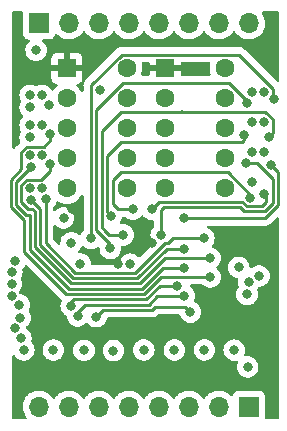
<source format=gbr>
%TF.GenerationSoftware,KiCad,Pcbnew,(6.0.9)*%
%TF.CreationDate,2022-11-24T13:48:04+01:00*%
%TF.ProjectId,8view,38766965-772e-46b6-9963-61645f706362,rev?*%
%TF.SameCoordinates,Original*%
%TF.FileFunction,Copper,L3,Inr*%
%TF.FilePolarity,Positive*%
%FSLAX46Y46*%
G04 Gerber Fmt 4.6, Leading zero omitted, Abs format (unit mm)*
G04 Created by KiCad (PCBNEW (6.0.9)) date 2022-11-24 13:48:04*
%MOMM*%
%LPD*%
G01*
G04 APERTURE LIST*
%TA.AperFunction,ComponentPad*%
%ADD10R,1.700000X1.700000*%
%TD*%
%TA.AperFunction,ComponentPad*%
%ADD11O,1.700000X1.700000*%
%TD*%
%TA.AperFunction,ComponentPad*%
%ADD12R,1.600000X1.600000*%
%TD*%
%TA.AperFunction,ComponentPad*%
%ADD13C,1.600000*%
%TD*%
%TA.AperFunction,ViaPad*%
%ADD14C,0.800000*%
%TD*%
%TA.AperFunction,Conductor*%
%ADD15C,0.250000*%
%TD*%
G04 APERTURE END LIST*
D10*
%TO.N,/in7*%
%TO.C,J2*%
X156195000Y-150819000D03*
D11*
%TO.N,/in6*%
X153655000Y-150819000D03*
%TO.N,/in5*%
X151115000Y-150819000D03*
%TO.N,/in4*%
X148575000Y-150819000D03*
%TO.N,/in3*%
X146035000Y-150819000D03*
%TO.N,/in2*%
X143495000Y-150819000D03*
%TO.N,/in1*%
X140955000Y-150819000D03*
%TO.N,/in0*%
X138415000Y-150819000D03*
%TD*%
D10*
%TO.N,/in0*%
%TO.C,J1*%
X138430000Y-118364000D03*
D11*
%TO.N,/in1*%
X140970000Y-118364000D03*
%TO.N,/in2*%
X143510000Y-118364000D03*
%TO.N,/in3*%
X146050000Y-118364000D03*
%TO.N,/in4*%
X148590000Y-118364000D03*
%TO.N,/in5*%
X151130000Y-118364000D03*
%TO.N,/in6*%
X153670000Y-118364000D03*
%TO.N,/in7*%
X156210000Y-118364000D03*
%TD*%
D12*
%TO.N,+5V*%
%TO.C,U2*%
X140788500Y-122174000D03*
D13*
%TO.N,Net-(R15-Pad2)*%
X140788500Y-124714000D03*
%TO.N,Net-(R16-Pad2)*%
X140788500Y-127254000D03*
%TO.N,Net-(R14-Pad2)*%
X140788500Y-129794000D03*
%TO.N,Net-(R13-Pad2)*%
X140788500Y-132334000D03*
%TO.N,+5V*%
X145868500Y-132334000D03*
%TO.N,Net-(R17-Pad2)*%
X145868500Y-129794000D03*
%TO.N,Net-(R12-Pad2)*%
X145868500Y-127254000D03*
%TO.N,Net-(R11-Pad2)*%
X145868500Y-124714000D03*
%TO.N,Net-(R10-Pad2)*%
X145868500Y-122174000D03*
%TD*%
D12*
%TO.N,+5V*%
%TO.C,U3*%
X149098000Y-122174000D03*
D13*
%TO.N,Net-(R23-Pad2)*%
X149098000Y-124714000D03*
%TO.N,Net-(R24-Pad2)*%
X149098000Y-127254000D03*
%TO.N,Net-(R22-Pad2)*%
X149098000Y-129794000D03*
%TO.N,Net-(R21-Pad2)*%
X149098000Y-132334000D03*
%TO.N,+5V*%
X154178000Y-132334000D03*
%TO.N,Net-(R25-Pad2)*%
X154178000Y-129794000D03*
%TO.N,Net-(R20-Pad2)*%
X154178000Y-127254000D03*
%TO.N,Net-(R19-Pad2)*%
X154178000Y-124714000D03*
%TO.N,Net-(R18-Pad2)*%
X154178000Y-122174000D03*
%TD*%
D14*
%TO.N,/in0*%
X146147700Y-138758772D03*
X137140000Y-146020000D03*
%TO.N,/in1*%
X139640000Y-146030000D03*
%TO.N,/in2*%
X142231701Y-146051701D03*
%TO.N,/in3*%
X144730000Y-146080000D03*
%TO.N,/in4*%
X147300000Y-146020000D03*
%TO.N,/in5*%
X149881701Y-146021701D03*
%TO.N,/in6*%
X152420000Y-146020000D03*
%TO.N,/in7*%
X154951701Y-146031701D03*
%TO.N,+5V*%
X136151005Y-141419546D03*
X141249137Y-134056502D03*
X152989002Y-143067003D03*
X148000000Y-137010000D03*
X145110000Y-138758772D03*
%TO.N,GND*%
X143554500Y-124023500D03*
X138176000Y-120650000D03*
X156095750Y-147459750D03*
%TO.N,Net-(R10-Pad2)*%
X137668000Y-124460000D03*
%TO.N,/ISP_MISO*%
X136761791Y-142210713D03*
X141931837Y-138758272D03*
X156040000Y-141320000D03*
%TO.N,/ISP_SCK*%
X136825989Y-143299509D03*
X156206399Y-140288199D03*
X136103158Y-140421190D03*
%TO.N,/ISP_MOSI*%
X141154502Y-136950000D03*
X136355935Y-144181583D03*
X136128003Y-139421997D03*
X157056175Y-139762002D03*
%TO.N,/ISP_RST*%
X136405500Y-138461789D03*
X155338502Y-139037502D03*
X136891292Y-145029494D03*
X140500000Y-134850000D03*
%TO.N,Net-(R11-Pad2)*%
X137668000Y-127000000D03*
%TO.N,Net-(R12-Pad2)*%
X137668000Y-129540000D03*
%TO.N,Net-(R13-Pad2)*%
X138684000Y-132334000D03*
%TO.N,Net-(R14-Pad2)*%
X138684000Y-129540000D03*
%TO.N,Net-(R15-Pad2)*%
X138684000Y-124460000D03*
%TO.N,Net-(R16-Pad2)*%
X138684000Y-127000000D03*
%TO.N,Net-(R17-Pad2)*%
X137668000Y-132334000D03*
%TO.N,Net-(R18-Pad2)*%
X157480000Y-124206000D03*
%TO.N,Net-(R19-Pad2)*%
X156464000Y-124206000D03*
%TO.N,Net-(R20-Pad2)*%
X156464000Y-126746000D03*
%TO.N,Net-(R21-Pad2)*%
X156464000Y-131826000D03*
%TO.N,Net-(R23-Pad2)*%
X157480000Y-126746000D03*
%TO.N,Net-(R24-Pad2)*%
X157480000Y-129286000D03*
%TO.N,Net-(R25-Pad2)*%
X156464000Y-129286000D03*
%TO.N,/D1_I1*%
X137670000Y-125470000D03*
X151243563Y-142819207D03*
X143250000Y-143205500D03*
%TO.N,/D1_I2*%
X141154502Y-142298664D03*
X137680000Y-128030000D03*
X150144500Y-140570501D03*
%TO.N,/D1_I3*%
X150734558Y-139045999D03*
X137764500Y-130534833D03*
%TO.N,/D1_I4*%
X138989589Y-133285641D03*
X152380000Y-136571498D03*
%TO.N,/D1_I5*%
X139320513Y-130310621D03*
X152913442Y-138245999D03*
%TO.N,/D1_I6*%
X139300000Y-125259500D03*
X141700511Y-143135850D03*
X150734558Y-141445999D03*
%TO.N,/D1_I7*%
X152913442Y-139846001D03*
X139369597Y-127727297D03*
%TO.N,/D1_I8*%
X137764500Y-133328833D03*
X150697686Y-137442467D03*
%TO.N,/D2_I1*%
X158282587Y-124801702D03*
X142830000Y-136571498D03*
%TO.N,/D2_I2*%
X144464242Y-137414597D03*
X156040000Y-125114500D03*
%TO.N,/D2_I3*%
X144560000Y-134650000D03*
X155750000Y-127799500D03*
%TO.N,/D2_I4*%
X146371573Y-134102199D03*
X156310000Y-133120000D03*
%TO.N,/D2_I5*%
X147965483Y-134091619D03*
X157480000Y-132844000D03*
%TO.N,/D2_I6*%
X157890000Y-127980000D03*
X145573999Y-136285442D03*
%TO.N,/D2_I7*%
X150710000Y-134860000D03*
X158101952Y-130398049D03*
%TO.N,/D2_I8*%
X155980000Y-130194500D03*
X148774001Y-136285442D03*
%TD*%
D15*
%TO.N,/D1_I1*%
X150794356Y-142370000D02*
X148250000Y-142370000D01*
X151243563Y-142819207D02*
X150794356Y-142370000D01*
X148250000Y-142370000D02*
X147986728Y-142633272D01*
X143822228Y-142633272D02*
X143250000Y-143205500D01*
X147986728Y-142633272D02*
X143822228Y-142633272D01*
%TO.N,/D1_I2*%
X147519520Y-141733272D02*
X141396728Y-141733272D01*
X148682291Y-140570501D02*
X147519520Y-141733272D01*
X150144500Y-140570501D02*
X148682291Y-140570501D01*
X141396728Y-141733272D02*
X141154502Y-141975498D01*
X141154502Y-141975498D02*
X141154502Y-142298664D01*
%TO.N,/D1_I3*%
X150734558Y-139045999D02*
X148934001Y-139045999D01*
X140943281Y-140833272D02*
X137639589Y-137529580D01*
X147146728Y-140833272D02*
X140943281Y-140833272D01*
X137639589Y-134579589D02*
X137630000Y-134570000D01*
X136493000Y-131806333D02*
X137764500Y-130534833D01*
X136493000Y-133719034D02*
X136493000Y-131806333D01*
X148934001Y-139045999D02*
X147146728Y-140833272D01*
X137343966Y-134570000D02*
X136493000Y-133719034D01*
X137630000Y-134570000D02*
X137343966Y-134570000D01*
X137639589Y-137529580D02*
X137639589Y-134579589D01*
%TO.N,/D1_I4*%
X138989589Y-136970392D02*
X141502469Y-139483272D01*
X152380000Y-136571498D02*
X149778502Y-136571498D01*
X149778502Y-136571498D02*
X149357533Y-136992467D01*
X138989589Y-133285641D02*
X138989589Y-136970392D01*
X149357533Y-136992467D02*
X149067533Y-136992467D01*
X146576728Y-139483272D02*
X147020000Y-139040000D01*
X141502469Y-139483272D02*
X146576728Y-139483272D01*
X149067533Y-136992467D02*
X147020000Y-139040000D01*
%TO.N,/D1_I5*%
X137464195Y-134053833D02*
X136943000Y-133532638D01*
X146949520Y-140383272D02*
X141129677Y-140383272D01*
X138611000Y-131609000D02*
X139320513Y-130899487D01*
X137853104Y-134053833D02*
X137464195Y-134053833D01*
X138089589Y-137343184D02*
X138089589Y-134290318D01*
X136943000Y-133532638D02*
X136943000Y-132033695D01*
X136943000Y-132033695D02*
X137367695Y-131609000D01*
X139320513Y-130899487D02*
X139320513Y-130310621D01*
X141129677Y-140383272D02*
X138089589Y-137343184D01*
X152913442Y-138245999D02*
X149086793Y-138245999D01*
X149086793Y-138245999D02*
X146949520Y-140383272D01*
X137367695Y-131609000D02*
X138611000Y-131609000D01*
X138089589Y-134290318D02*
X137853104Y-134053833D01*
%TO.N,/D1_I6*%
X149614001Y-141445999D02*
X149610000Y-141450000D01*
X147705916Y-142183272D02*
X142296728Y-142183272D01*
X149610000Y-141450000D02*
X149606001Y-141446001D01*
X150734558Y-141445999D02*
X149614001Y-141445999D01*
X141700511Y-142779489D02*
X141700511Y-143135850D01*
X149606001Y-141446001D02*
X148443187Y-141446001D01*
X148443187Y-141446001D02*
X147705916Y-142183272D01*
X142296728Y-142183272D02*
X141700511Y-142779489D01*
%TO.N,/D1_I7*%
X152913442Y-139846001D02*
X148770395Y-139846001D01*
X139369597Y-128270403D02*
X139369597Y-127727297D01*
X136930000Y-129252695D02*
X137367695Y-128815000D01*
X136043000Y-131619937D02*
X136930000Y-130732937D01*
X148770395Y-139846001D02*
X147333124Y-141283272D01*
X136930000Y-130732937D02*
X136930000Y-129252695D01*
X140733272Y-141283272D02*
X137189589Y-137739589D01*
X138825000Y-128815000D02*
X139369597Y-128270403D01*
X137367695Y-128815000D02*
X138825000Y-128815000D01*
X147333124Y-141283272D02*
X140733272Y-141283272D01*
X137189589Y-137739589D02*
X137189589Y-135052019D01*
X137189589Y-135052019D02*
X136043000Y-133905430D01*
X136043000Y-133905430D02*
X136043000Y-131619937D01*
%TO.N,/D1_I8*%
X149253929Y-137442467D02*
X146763124Y-139933272D01*
X146763124Y-139933272D02*
X141316073Y-139933272D01*
X141316073Y-139933272D02*
X138539589Y-137156788D01*
X150697686Y-137442467D02*
X149253929Y-137442467D01*
X138539589Y-134103922D02*
X137764500Y-133328833D01*
X138539589Y-137156788D02*
X138539589Y-134103922D01*
%TO.N,/D2_I1*%
X145441509Y-121010000D02*
X155360000Y-121010000D01*
X142830000Y-136571498D02*
X142830000Y-123621509D01*
X158240000Y-123890000D02*
X158240000Y-124770000D01*
X142830000Y-123621509D02*
X145441509Y-121010000D01*
X155360000Y-121010000D02*
X158240000Y-123890000D01*
%TO.N,/D2_I2*%
X143280000Y-135830000D02*
X143280000Y-126810000D01*
X154494991Y-123440000D02*
X156040000Y-124985009D01*
X144464242Y-137414597D02*
X144464242Y-137014242D01*
X145551509Y-123440000D02*
X150990000Y-123440000D01*
X144464242Y-137014242D02*
X143280000Y-135830000D01*
X143280000Y-126810000D02*
X143280000Y-125711509D01*
X143280000Y-125711509D02*
X145551509Y-123440000D01*
X156040000Y-124985009D02*
X156040000Y-125114500D01*
X150990000Y-123440000D02*
X154494991Y-123440000D01*
%TO.N,/D2_I3*%
X155591000Y-128379000D02*
X145402509Y-128379000D01*
X144180000Y-134270000D02*
X144560000Y-134650000D01*
X144180000Y-129601509D02*
X144180000Y-134270000D01*
X155750000Y-127799500D02*
X155750000Y-128220000D01*
X145402509Y-128379000D02*
X144180000Y-129601509D01*
X155750000Y-128220000D02*
X155591000Y-128379000D01*
%TO.N,/D2_I4*%
X146371573Y-134102199D02*
X145152199Y-134102199D01*
X144690000Y-131640000D02*
X145360000Y-130970000D01*
X156310000Y-132875009D02*
X156310000Y-133120000D01*
X154404991Y-130970000D02*
X156310000Y-132875009D01*
X144690000Y-133640000D02*
X144690000Y-131640000D01*
X145360000Y-130970000D02*
X154404991Y-130970000D01*
X145152199Y-134102199D02*
X144690000Y-133640000D01*
%TO.N,/D2_I5*%
X157640000Y-133004000D02*
X157480000Y-132844000D01*
X147965483Y-134091619D02*
X147968381Y-134091619D01*
X155624695Y-133460000D02*
X156009695Y-133845000D01*
X157640000Y-133540000D02*
X157640000Y-133004000D01*
X147968381Y-134091619D02*
X148600000Y-133460000D01*
X157335000Y-133845000D02*
X157640000Y-133540000D01*
X156009695Y-133845000D02*
X157335000Y-133845000D01*
X148600000Y-133460000D02*
X155624695Y-133460000D01*
%TO.N,/D2_I6*%
X143998198Y-135911802D02*
X143730000Y-135643604D01*
X145402509Y-125839000D02*
X146100000Y-125839000D01*
X157598305Y-125839000D02*
X158240000Y-126480695D01*
X158240000Y-126930000D02*
X158240000Y-127630000D01*
X144371838Y-136285442D02*
X143998198Y-135911802D01*
X145573999Y-136285442D02*
X144371838Y-136285442D01*
X150490000Y-125830000D02*
X150499000Y-125839000D01*
X143730000Y-133290000D02*
X143730000Y-127511509D01*
X150499000Y-125839000D02*
X154460000Y-125839000D01*
X143730000Y-127511509D02*
X145402509Y-125839000D01*
X158240000Y-126480695D02*
X158240000Y-126930000D01*
X143730000Y-135643604D02*
X143730000Y-133290000D01*
X150481000Y-125839000D02*
X150490000Y-125830000D01*
X146100000Y-125839000D02*
X150481000Y-125839000D01*
X158240000Y-127630000D02*
X157890000Y-127980000D01*
X154460000Y-125839000D02*
X157598305Y-125839000D01*
%TO.N,/D2_I7*%
X158700000Y-133752792D02*
X158700000Y-130996097D01*
X157592792Y-134860000D02*
X158700000Y-133752792D01*
X158700000Y-130996097D02*
X158101952Y-130398049D01*
X150710000Y-134860000D02*
X157592792Y-134860000D01*
%TO.N,/D2_I8*%
X148774001Y-134155999D02*
X148980000Y-133950000D01*
X152110000Y-133910000D02*
X155320000Y-133910000D01*
X148980000Y-133950000D02*
X149020000Y-133910000D01*
X158208198Y-133608198D02*
X158208198Y-131528893D01*
X157440000Y-134295000D02*
X157521396Y-134295000D01*
X155639150Y-134110851D02*
X155823299Y-134295000D01*
X148774001Y-136285442D02*
X148774001Y-134155999D01*
X156873805Y-130194500D02*
X155980000Y-130194500D01*
X158208198Y-131528893D02*
X156873805Y-130194500D01*
X149020000Y-133910000D02*
X152110000Y-133910000D01*
X157521396Y-134295000D02*
X158208198Y-133608198D01*
X155438299Y-133910000D02*
X155639150Y-134110851D01*
X155320000Y-133910000D02*
X155438299Y-133910000D01*
X155823299Y-134295000D02*
X157440000Y-134295000D01*
%TD*%
%TA.AperFunction,Conductor*%
%TO.N,+5V*%
G36*
X158667532Y-134785330D02*
G01*
X158724368Y-134827877D01*
X158749179Y-134894397D01*
X158749500Y-134903386D01*
X158749500Y-151765500D01*
X158729498Y-151833621D01*
X158675842Y-151880114D01*
X158623500Y-151891500D01*
X157674987Y-151891500D01*
X157606866Y-151871498D01*
X157560373Y-151817842D01*
X157549724Y-151751892D01*
X157553131Y-151720531D01*
X157553500Y-151717134D01*
X157553500Y-149920866D01*
X157546745Y-149858684D01*
X157495615Y-149722295D01*
X157408261Y-149605739D01*
X157291705Y-149518385D01*
X157155316Y-149467255D01*
X157093134Y-149460500D01*
X155296866Y-149460500D01*
X155234684Y-149467255D01*
X155098295Y-149518385D01*
X154981739Y-149605739D01*
X154894385Y-149722295D01*
X154891233Y-149730703D01*
X154849919Y-149840907D01*
X154807277Y-149897671D01*
X154740716Y-149922371D01*
X154671367Y-149907163D01*
X154638743Y-149881476D01*
X154588151Y-149825875D01*
X154588142Y-149825866D01*
X154584670Y-149822051D01*
X154580619Y-149818852D01*
X154580615Y-149818848D01*
X154413414Y-149686800D01*
X154413410Y-149686798D01*
X154409359Y-149683598D01*
X154213789Y-149575638D01*
X154208920Y-149573914D01*
X154208916Y-149573912D01*
X154008087Y-149502795D01*
X154008083Y-149502794D01*
X154003212Y-149501069D01*
X153998119Y-149500162D01*
X153998116Y-149500161D01*
X153788373Y-149462800D01*
X153788367Y-149462799D01*
X153783284Y-149461894D01*
X153709452Y-149460992D01*
X153565081Y-149459228D01*
X153565079Y-149459228D01*
X153559911Y-149459165D01*
X153339091Y-149492955D01*
X153126756Y-149562357D01*
X152928607Y-149665507D01*
X152924474Y-149668610D01*
X152924471Y-149668612D01*
X152754100Y-149796530D01*
X152749965Y-149799635D01*
X152710525Y-149840907D01*
X152656280Y-149897671D01*
X152595629Y-149961138D01*
X152488201Y-150118621D01*
X152433293Y-150163621D01*
X152362768Y-150171792D01*
X152299021Y-150140538D01*
X152278324Y-150116054D01*
X152197822Y-149991617D01*
X152197820Y-149991614D01*
X152195014Y-149987277D01*
X152044670Y-149822051D01*
X152040619Y-149818852D01*
X152040615Y-149818848D01*
X151873414Y-149686800D01*
X151873410Y-149686798D01*
X151869359Y-149683598D01*
X151673789Y-149575638D01*
X151668920Y-149573914D01*
X151668916Y-149573912D01*
X151468087Y-149502795D01*
X151468083Y-149502794D01*
X151463212Y-149501069D01*
X151458119Y-149500162D01*
X151458116Y-149500161D01*
X151248373Y-149462800D01*
X151248367Y-149462799D01*
X151243284Y-149461894D01*
X151169452Y-149460992D01*
X151025081Y-149459228D01*
X151025079Y-149459228D01*
X151019911Y-149459165D01*
X150799091Y-149492955D01*
X150586756Y-149562357D01*
X150388607Y-149665507D01*
X150384474Y-149668610D01*
X150384471Y-149668612D01*
X150214100Y-149796530D01*
X150209965Y-149799635D01*
X150170525Y-149840907D01*
X150116280Y-149897671D01*
X150055629Y-149961138D01*
X149948201Y-150118621D01*
X149893293Y-150163621D01*
X149822768Y-150171792D01*
X149759021Y-150140538D01*
X149738324Y-150116054D01*
X149657822Y-149991617D01*
X149657820Y-149991614D01*
X149655014Y-149987277D01*
X149504670Y-149822051D01*
X149500619Y-149818852D01*
X149500615Y-149818848D01*
X149333414Y-149686800D01*
X149333410Y-149686798D01*
X149329359Y-149683598D01*
X149133789Y-149575638D01*
X149128920Y-149573914D01*
X149128916Y-149573912D01*
X148928087Y-149502795D01*
X148928083Y-149502794D01*
X148923212Y-149501069D01*
X148918119Y-149500162D01*
X148918116Y-149500161D01*
X148708373Y-149462800D01*
X148708367Y-149462799D01*
X148703284Y-149461894D01*
X148629452Y-149460992D01*
X148485081Y-149459228D01*
X148485079Y-149459228D01*
X148479911Y-149459165D01*
X148259091Y-149492955D01*
X148046756Y-149562357D01*
X147848607Y-149665507D01*
X147844474Y-149668610D01*
X147844471Y-149668612D01*
X147674100Y-149796530D01*
X147669965Y-149799635D01*
X147630525Y-149840907D01*
X147576280Y-149897671D01*
X147515629Y-149961138D01*
X147408201Y-150118621D01*
X147353293Y-150163621D01*
X147282768Y-150171792D01*
X147219021Y-150140538D01*
X147198324Y-150116054D01*
X147117822Y-149991617D01*
X147117820Y-149991614D01*
X147115014Y-149987277D01*
X146964670Y-149822051D01*
X146960619Y-149818852D01*
X146960615Y-149818848D01*
X146793414Y-149686800D01*
X146793410Y-149686798D01*
X146789359Y-149683598D01*
X146593789Y-149575638D01*
X146588920Y-149573914D01*
X146588916Y-149573912D01*
X146388087Y-149502795D01*
X146388083Y-149502794D01*
X146383212Y-149501069D01*
X146378119Y-149500162D01*
X146378116Y-149500161D01*
X146168373Y-149462800D01*
X146168367Y-149462799D01*
X146163284Y-149461894D01*
X146089452Y-149460992D01*
X145945081Y-149459228D01*
X145945079Y-149459228D01*
X145939911Y-149459165D01*
X145719091Y-149492955D01*
X145506756Y-149562357D01*
X145308607Y-149665507D01*
X145304474Y-149668610D01*
X145304471Y-149668612D01*
X145134100Y-149796530D01*
X145129965Y-149799635D01*
X145090525Y-149840907D01*
X145036280Y-149897671D01*
X144975629Y-149961138D01*
X144868201Y-150118621D01*
X144813293Y-150163621D01*
X144742768Y-150171792D01*
X144679021Y-150140538D01*
X144658324Y-150116054D01*
X144577822Y-149991617D01*
X144577820Y-149991614D01*
X144575014Y-149987277D01*
X144424670Y-149822051D01*
X144420619Y-149818852D01*
X144420615Y-149818848D01*
X144253414Y-149686800D01*
X144253410Y-149686798D01*
X144249359Y-149683598D01*
X144053789Y-149575638D01*
X144048920Y-149573914D01*
X144048916Y-149573912D01*
X143848087Y-149502795D01*
X143848083Y-149502794D01*
X143843212Y-149501069D01*
X143838119Y-149500162D01*
X143838116Y-149500161D01*
X143628373Y-149462800D01*
X143628367Y-149462799D01*
X143623284Y-149461894D01*
X143549452Y-149460992D01*
X143405081Y-149459228D01*
X143405079Y-149459228D01*
X143399911Y-149459165D01*
X143179091Y-149492955D01*
X142966756Y-149562357D01*
X142768607Y-149665507D01*
X142764474Y-149668610D01*
X142764471Y-149668612D01*
X142594100Y-149796530D01*
X142589965Y-149799635D01*
X142550525Y-149840907D01*
X142496280Y-149897671D01*
X142435629Y-149961138D01*
X142328201Y-150118621D01*
X142273293Y-150163621D01*
X142202768Y-150171792D01*
X142139021Y-150140538D01*
X142118324Y-150116054D01*
X142037822Y-149991617D01*
X142037820Y-149991614D01*
X142035014Y-149987277D01*
X141884670Y-149822051D01*
X141880619Y-149818852D01*
X141880615Y-149818848D01*
X141713414Y-149686800D01*
X141713410Y-149686798D01*
X141709359Y-149683598D01*
X141513789Y-149575638D01*
X141508920Y-149573914D01*
X141508916Y-149573912D01*
X141308087Y-149502795D01*
X141308083Y-149502794D01*
X141303212Y-149501069D01*
X141298119Y-149500162D01*
X141298116Y-149500161D01*
X141088373Y-149462800D01*
X141088367Y-149462799D01*
X141083284Y-149461894D01*
X141009452Y-149460992D01*
X140865081Y-149459228D01*
X140865079Y-149459228D01*
X140859911Y-149459165D01*
X140639091Y-149492955D01*
X140426756Y-149562357D01*
X140228607Y-149665507D01*
X140224474Y-149668610D01*
X140224471Y-149668612D01*
X140054100Y-149796530D01*
X140049965Y-149799635D01*
X140010525Y-149840907D01*
X139956280Y-149897671D01*
X139895629Y-149961138D01*
X139788201Y-150118621D01*
X139733293Y-150163621D01*
X139662768Y-150171792D01*
X139599021Y-150140538D01*
X139578324Y-150116054D01*
X139497822Y-149991617D01*
X139497820Y-149991614D01*
X139495014Y-149987277D01*
X139344670Y-149822051D01*
X139340619Y-149818852D01*
X139340615Y-149818848D01*
X139173414Y-149686800D01*
X139173410Y-149686798D01*
X139169359Y-149683598D01*
X138973789Y-149575638D01*
X138968920Y-149573914D01*
X138968916Y-149573912D01*
X138768087Y-149502795D01*
X138768083Y-149502794D01*
X138763212Y-149501069D01*
X138758119Y-149500162D01*
X138758116Y-149500161D01*
X138548373Y-149462800D01*
X138548367Y-149462799D01*
X138543284Y-149461894D01*
X138469452Y-149460992D01*
X138325081Y-149459228D01*
X138325079Y-149459228D01*
X138319911Y-149459165D01*
X138099091Y-149492955D01*
X137886756Y-149562357D01*
X137688607Y-149665507D01*
X137684474Y-149668610D01*
X137684471Y-149668612D01*
X137514100Y-149796530D01*
X137509965Y-149799635D01*
X137470525Y-149840907D01*
X137416280Y-149897671D01*
X137355629Y-149961138D01*
X137229743Y-150145680D01*
X137135688Y-150348305D01*
X137075989Y-150563570D01*
X137052251Y-150785695D01*
X137065110Y-151008715D01*
X137066247Y-151013761D01*
X137066248Y-151013767D01*
X137090304Y-151120508D01*
X137114222Y-151226639D01*
X137198266Y-151433616D01*
X137235685Y-151494678D01*
X137312291Y-151619688D01*
X137314987Y-151624088D01*
X137318366Y-151627989D01*
X137318372Y-151627997D01*
X137366020Y-151683003D01*
X137395503Y-151747588D01*
X137385388Y-151817860D01*
X137338887Y-151871509D01*
X137270783Y-151891500D01*
X136270500Y-151891500D01*
X136202379Y-151871498D01*
X136155886Y-151817842D01*
X136144500Y-151765500D01*
X136144500Y-146582980D01*
X136164502Y-146514859D01*
X136218158Y-146468366D01*
X136288432Y-146458262D01*
X136353012Y-146487756D01*
X136379618Y-146519979D01*
X136400960Y-146556944D01*
X136405378Y-146561851D01*
X136405379Y-146561852D01*
X136501524Y-146668632D01*
X136528747Y-146698866D01*
X136683248Y-146811118D01*
X136689276Y-146813802D01*
X136689278Y-146813803D01*
X136824041Y-146873803D01*
X136857712Y-146888794D01*
X136951113Y-146908647D01*
X137038056Y-146927128D01*
X137038061Y-146927128D01*
X137044513Y-146928500D01*
X137235487Y-146928500D01*
X137241939Y-146927128D01*
X137241944Y-146927128D01*
X137328887Y-146908647D01*
X137422288Y-146888794D01*
X137455959Y-146873803D01*
X137590722Y-146813803D01*
X137590724Y-146813802D01*
X137596752Y-146811118D01*
X137751253Y-146698866D01*
X137778476Y-146668632D01*
X137874621Y-146561852D01*
X137874622Y-146561851D01*
X137879040Y-146556944D01*
X137967341Y-146404002D01*
X137971223Y-146397279D01*
X137971224Y-146397278D01*
X137974527Y-146391556D01*
X138033542Y-146209928D01*
X138052453Y-146030000D01*
X138726496Y-146030000D01*
X138746458Y-146219928D01*
X138805473Y-146401556D01*
X138900960Y-146566944D01*
X138905378Y-146571851D01*
X138905379Y-146571852D01*
X139023239Y-146702749D01*
X139028747Y-146708866D01*
X139097566Y-146758866D01*
X139164143Y-146807237D01*
X139183248Y-146821118D01*
X139189276Y-146823802D01*
X139189278Y-146823803D01*
X139351681Y-146896109D01*
X139357712Y-146898794D01*
X139447175Y-146917810D01*
X139538056Y-146937128D01*
X139538061Y-146937128D01*
X139544513Y-146938500D01*
X139735487Y-146938500D01*
X139741939Y-146937128D01*
X139741944Y-146937128D01*
X139832825Y-146917810D01*
X139922288Y-146898794D01*
X139928319Y-146896109D01*
X140090722Y-146823803D01*
X140090724Y-146823802D01*
X140096752Y-146821118D01*
X140115858Y-146807237D01*
X140182434Y-146758866D01*
X140251253Y-146708866D01*
X140256761Y-146702749D01*
X140374621Y-146571852D01*
X140374622Y-146571851D01*
X140379040Y-146566944D01*
X140474527Y-146401556D01*
X140533542Y-146219928D01*
X140551223Y-146051701D01*
X141318197Y-146051701D01*
X141338159Y-146241629D01*
X141397174Y-146423257D01*
X141492661Y-146588645D01*
X141497079Y-146593552D01*
X141497080Y-146593553D01*
X141605936Y-146714450D01*
X141620448Y-146730567D01*
X141652639Y-146753955D01*
X141739739Y-146817237D01*
X141774949Y-146842819D01*
X141780977Y-146845503D01*
X141780979Y-146845504D01*
X141943382Y-146917810D01*
X141949413Y-146920495D01*
X142035663Y-146938828D01*
X142129757Y-146958829D01*
X142129762Y-146958829D01*
X142136214Y-146960201D01*
X142327188Y-146960201D01*
X142333640Y-146958829D01*
X142333645Y-146958829D01*
X142427739Y-146938828D01*
X142513989Y-146920495D01*
X142520020Y-146917810D01*
X142682423Y-146845504D01*
X142682425Y-146845503D01*
X142688453Y-146842819D01*
X142723664Y-146817237D01*
X142810763Y-146753955D01*
X142842954Y-146730567D01*
X142857466Y-146714450D01*
X142966322Y-146593553D01*
X142966323Y-146593552D01*
X142970741Y-146588645D01*
X143066228Y-146423257D01*
X143125243Y-146241629D01*
X143142231Y-146080000D01*
X143816496Y-146080000D01*
X143817186Y-146086565D01*
X143834144Y-146247907D01*
X143836458Y-146269928D01*
X143895473Y-146451556D01*
X143990960Y-146616944D01*
X143995378Y-146621851D01*
X143995379Y-146621852D01*
X144093266Y-146730567D01*
X144118747Y-146758866D01*
X144273248Y-146871118D01*
X144279276Y-146873802D01*
X144279278Y-146873803D01*
X144441681Y-146946109D01*
X144447712Y-146948794D01*
X144541113Y-146968647D01*
X144628056Y-146987128D01*
X144628061Y-146987128D01*
X144634513Y-146988500D01*
X144825487Y-146988500D01*
X144831939Y-146987128D01*
X144831944Y-146987128D01*
X144918887Y-146968647D01*
X145012288Y-146948794D01*
X145018319Y-146946109D01*
X145180722Y-146873803D01*
X145180724Y-146873802D01*
X145186752Y-146871118D01*
X145341253Y-146758866D01*
X145366734Y-146730567D01*
X145464621Y-146621852D01*
X145464622Y-146621851D01*
X145469040Y-146616944D01*
X145564527Y-146451556D01*
X145623542Y-146269928D01*
X145625857Y-146247907D01*
X145642814Y-146086565D01*
X145643504Y-146080000D01*
X145637198Y-146020000D01*
X146386496Y-146020000D01*
X146406458Y-146209928D01*
X146465473Y-146391556D01*
X146468776Y-146397278D01*
X146468777Y-146397279D01*
X146472659Y-146404002D01*
X146560960Y-146556944D01*
X146565378Y-146561851D01*
X146565379Y-146561852D01*
X146661524Y-146668632D01*
X146688747Y-146698866D01*
X146843248Y-146811118D01*
X146849276Y-146813802D01*
X146849278Y-146813803D01*
X146984041Y-146873803D01*
X147017712Y-146888794D01*
X147111113Y-146908647D01*
X147198056Y-146927128D01*
X147198061Y-146927128D01*
X147204513Y-146928500D01*
X147395487Y-146928500D01*
X147401939Y-146927128D01*
X147401944Y-146927128D01*
X147488887Y-146908647D01*
X147582288Y-146888794D01*
X147615959Y-146873803D01*
X147750722Y-146813803D01*
X147750724Y-146813802D01*
X147756752Y-146811118D01*
X147911253Y-146698866D01*
X147938476Y-146668632D01*
X148034621Y-146561852D01*
X148034622Y-146561851D01*
X148039040Y-146556944D01*
X148127341Y-146404002D01*
X148131223Y-146397279D01*
X148131224Y-146397278D01*
X148134527Y-146391556D01*
X148193542Y-146209928D01*
X148213325Y-146021701D01*
X148968197Y-146021701D01*
X148988159Y-146211629D01*
X149047174Y-146393257D01*
X149050477Y-146398979D01*
X149050478Y-146398980D01*
X149067799Y-146428980D01*
X149142661Y-146558645D01*
X149147079Y-146563552D01*
X149147080Y-146563553D01*
X149266026Y-146695656D01*
X149270448Y-146700567D01*
X149424949Y-146812819D01*
X149430977Y-146815503D01*
X149430979Y-146815504D01*
X149593382Y-146887810D01*
X149599413Y-146890495D01*
X149692814Y-146910348D01*
X149779757Y-146928829D01*
X149779762Y-146928829D01*
X149786214Y-146930201D01*
X149977188Y-146930201D01*
X149983640Y-146928829D01*
X149983645Y-146928829D01*
X150070588Y-146910348D01*
X150163989Y-146890495D01*
X150170020Y-146887810D01*
X150332423Y-146815504D01*
X150332425Y-146815503D01*
X150338453Y-146812819D01*
X150492954Y-146700567D01*
X150497376Y-146695656D01*
X150616322Y-146563553D01*
X150616323Y-146563552D01*
X150620741Y-146558645D01*
X150695603Y-146428980D01*
X150712924Y-146398980D01*
X150712925Y-146398979D01*
X150716228Y-146393257D01*
X150775243Y-146211629D01*
X150795205Y-146021701D01*
X150795026Y-146020000D01*
X151506496Y-146020000D01*
X151526458Y-146209928D01*
X151585473Y-146391556D01*
X151588776Y-146397278D01*
X151588777Y-146397279D01*
X151592659Y-146404002D01*
X151680960Y-146556944D01*
X151685378Y-146561851D01*
X151685379Y-146561852D01*
X151781524Y-146668632D01*
X151808747Y-146698866D01*
X151963248Y-146811118D01*
X151969276Y-146813802D01*
X151969278Y-146813803D01*
X152104041Y-146873803D01*
X152137712Y-146888794D01*
X152231113Y-146908647D01*
X152318056Y-146927128D01*
X152318061Y-146927128D01*
X152324513Y-146928500D01*
X152515487Y-146928500D01*
X152521939Y-146927128D01*
X152521944Y-146927128D01*
X152608887Y-146908647D01*
X152702288Y-146888794D01*
X152735959Y-146873803D01*
X152870722Y-146813803D01*
X152870724Y-146813802D01*
X152876752Y-146811118D01*
X153031253Y-146698866D01*
X153058476Y-146668632D01*
X153154621Y-146561852D01*
X153154622Y-146561851D01*
X153159040Y-146556944D01*
X153247341Y-146404002D01*
X153251223Y-146397279D01*
X153251224Y-146397278D01*
X153254527Y-146391556D01*
X153313542Y-146209928D01*
X153332274Y-146031701D01*
X154038197Y-146031701D01*
X154058159Y-146221629D01*
X154117174Y-146403257D01*
X154212661Y-146568645D01*
X154217079Y-146573552D01*
X154217080Y-146573553D01*
X154334940Y-146704450D01*
X154340448Y-146710567D01*
X154367976Y-146730567D01*
X154482540Y-146813803D01*
X154494949Y-146822819D01*
X154500977Y-146825503D01*
X154500979Y-146825504D01*
X154663382Y-146897810D01*
X154669413Y-146900495D01*
X154762813Y-146920348D01*
X154849757Y-146938829D01*
X154849762Y-146938829D01*
X154856214Y-146940201D01*
X155047188Y-146940201D01*
X155053643Y-146938829D01*
X155053652Y-146938828D01*
X155115322Y-146925719D01*
X155186113Y-146931120D01*
X155242746Y-146973936D01*
X155267240Y-147040574D01*
X155258930Y-147087449D01*
X155261223Y-147088194D01*
X155202208Y-147269822D01*
X155182246Y-147459750D01*
X155202208Y-147649678D01*
X155261223Y-147831306D01*
X155356710Y-147996694D01*
X155484497Y-148138616D01*
X155638998Y-148250868D01*
X155645026Y-148253552D01*
X155645028Y-148253553D01*
X155807431Y-148325859D01*
X155813462Y-148328544D01*
X155906863Y-148348397D01*
X155993806Y-148366878D01*
X155993811Y-148366878D01*
X156000263Y-148368250D01*
X156191237Y-148368250D01*
X156197689Y-148366878D01*
X156197694Y-148366878D01*
X156284637Y-148348397D01*
X156378038Y-148328544D01*
X156384069Y-148325859D01*
X156546472Y-148253553D01*
X156546474Y-148253552D01*
X156552502Y-148250868D01*
X156707003Y-148138616D01*
X156834790Y-147996694D01*
X156930277Y-147831306D01*
X156989292Y-147649678D01*
X157009254Y-147459750D01*
X156989292Y-147269822D01*
X156930277Y-147088194D01*
X156834790Y-146922806D01*
X156815937Y-146901867D01*
X156711425Y-146785795D01*
X156711424Y-146785794D01*
X156707003Y-146780884D01*
X156552502Y-146668632D01*
X156546474Y-146665948D01*
X156546472Y-146665947D01*
X156384069Y-146593641D01*
X156384068Y-146593641D01*
X156378038Y-146590956D01*
X156273074Y-146568645D01*
X156197694Y-146552622D01*
X156197689Y-146552622D01*
X156191237Y-146551250D01*
X156000263Y-146551250D01*
X155993808Y-146552622D01*
X155993799Y-146552623D01*
X155932129Y-146565732D01*
X155861338Y-146560331D01*
X155804705Y-146517515D01*
X155780211Y-146450877D01*
X155788521Y-146404002D01*
X155786228Y-146403257D01*
X155827510Y-146276206D01*
X155845243Y-146221629D01*
X155865205Y-146031701D01*
X155851009Y-145896635D01*
X155845933Y-145848336D01*
X155845933Y-145848334D01*
X155845243Y-145841773D01*
X155786228Y-145660145D01*
X155780455Y-145650145D01*
X155694042Y-145500475D01*
X155690741Y-145494757D01*
X155680206Y-145483056D01*
X155567376Y-145357746D01*
X155567375Y-145357745D01*
X155562954Y-145352835D01*
X155463858Y-145280837D01*
X155413795Y-145244464D01*
X155413794Y-145244463D01*
X155408453Y-145240583D01*
X155402425Y-145237899D01*
X155402423Y-145237898D01*
X155240020Y-145165592D01*
X155240019Y-145165592D01*
X155233989Y-145162907D01*
X155140589Y-145143054D01*
X155053645Y-145124573D01*
X155053640Y-145124573D01*
X155047188Y-145123201D01*
X154856214Y-145123201D01*
X154849762Y-145124573D01*
X154849757Y-145124573D01*
X154762813Y-145143054D01*
X154669413Y-145162907D01*
X154663383Y-145165592D01*
X154663382Y-145165592D01*
X154500979Y-145237898D01*
X154500977Y-145237899D01*
X154494949Y-145240583D01*
X154489608Y-145244463D01*
X154489607Y-145244464D01*
X154439544Y-145280837D01*
X154340448Y-145352835D01*
X154336027Y-145357745D01*
X154336026Y-145357746D01*
X154223197Y-145483056D01*
X154212661Y-145494757D01*
X154209360Y-145500475D01*
X154122948Y-145650145D01*
X154117174Y-145660145D01*
X154058159Y-145841773D01*
X154057469Y-145848334D01*
X154057469Y-145848336D01*
X154052393Y-145896635D01*
X154038197Y-146031701D01*
X153332274Y-146031701D01*
X153333504Y-146020000D01*
X153313542Y-145830072D01*
X153254527Y-145648444D01*
X153159040Y-145483056D01*
X153056301Y-145368952D01*
X153035675Y-145346045D01*
X153035674Y-145346044D01*
X153031253Y-145341134D01*
X152898199Y-145244464D01*
X152882094Y-145232763D01*
X152882093Y-145232762D01*
X152876752Y-145228882D01*
X152870724Y-145226198D01*
X152870722Y-145226197D01*
X152708319Y-145153891D01*
X152708318Y-145153891D01*
X152702288Y-145151206D01*
X152608887Y-145131353D01*
X152521944Y-145112872D01*
X152521939Y-145112872D01*
X152515487Y-145111500D01*
X152324513Y-145111500D01*
X152318061Y-145112872D01*
X152318056Y-145112872D01*
X152231113Y-145131353D01*
X152137712Y-145151206D01*
X152131682Y-145153891D01*
X152131681Y-145153891D01*
X151969278Y-145226197D01*
X151969276Y-145226198D01*
X151963248Y-145228882D01*
X151957907Y-145232762D01*
X151957906Y-145232763D01*
X151941801Y-145244464D01*
X151808747Y-145341134D01*
X151804326Y-145346044D01*
X151804325Y-145346045D01*
X151783700Y-145368952D01*
X151680960Y-145483056D01*
X151585473Y-145648444D01*
X151526458Y-145830072D01*
X151506496Y-146020000D01*
X150795026Y-146020000D01*
X150782060Y-145896635D01*
X150775933Y-145838336D01*
X150775933Y-145838334D01*
X150775243Y-145831773D01*
X150716228Y-145650145D01*
X150620741Y-145484757D01*
X150549869Y-145406045D01*
X150497376Y-145347746D01*
X150497375Y-145347745D01*
X150492954Y-145342835D01*
X150376049Y-145257898D01*
X150343795Y-145234464D01*
X150343794Y-145234463D01*
X150338453Y-145230583D01*
X150332425Y-145227899D01*
X150332423Y-145227898D01*
X150170020Y-145155592D01*
X150170019Y-145155592D01*
X150163989Y-145152907D01*
X150070588Y-145133054D01*
X149983645Y-145114573D01*
X149983640Y-145114573D01*
X149977188Y-145113201D01*
X149786214Y-145113201D01*
X149779762Y-145114573D01*
X149779757Y-145114573D01*
X149692814Y-145133054D01*
X149599413Y-145152907D01*
X149593383Y-145155592D01*
X149593382Y-145155592D01*
X149430979Y-145227898D01*
X149430977Y-145227899D01*
X149424949Y-145230583D01*
X149419608Y-145234463D01*
X149419607Y-145234464D01*
X149387353Y-145257898D01*
X149270448Y-145342835D01*
X149266027Y-145347745D01*
X149266026Y-145347746D01*
X149213534Y-145406045D01*
X149142661Y-145484757D01*
X149047174Y-145650145D01*
X148988159Y-145831773D01*
X148987469Y-145838334D01*
X148987469Y-145838336D01*
X148981342Y-145896635D01*
X148968197Y-146021701D01*
X148213325Y-146021701D01*
X148213504Y-146020000D01*
X148193542Y-145830072D01*
X148134527Y-145648444D01*
X148039040Y-145483056D01*
X147936301Y-145368952D01*
X147915675Y-145346045D01*
X147915674Y-145346044D01*
X147911253Y-145341134D01*
X147778199Y-145244464D01*
X147762094Y-145232763D01*
X147762093Y-145232762D01*
X147756752Y-145228882D01*
X147750724Y-145226198D01*
X147750722Y-145226197D01*
X147588319Y-145153891D01*
X147588318Y-145153891D01*
X147582288Y-145151206D01*
X147488887Y-145131353D01*
X147401944Y-145112872D01*
X147401939Y-145112872D01*
X147395487Y-145111500D01*
X147204513Y-145111500D01*
X147198061Y-145112872D01*
X147198056Y-145112872D01*
X147111113Y-145131353D01*
X147017712Y-145151206D01*
X147011682Y-145153891D01*
X147011681Y-145153891D01*
X146849278Y-145226197D01*
X146849276Y-145226198D01*
X146843248Y-145228882D01*
X146837907Y-145232762D01*
X146837906Y-145232763D01*
X146821801Y-145244464D01*
X146688747Y-145341134D01*
X146684326Y-145346044D01*
X146684325Y-145346045D01*
X146663700Y-145368952D01*
X146560960Y-145483056D01*
X146465473Y-145648444D01*
X146406458Y-145830072D01*
X146386496Y-146020000D01*
X145637198Y-146020000D01*
X145623542Y-145890072D01*
X145564527Y-145708444D01*
X145469040Y-145543056D01*
X145443560Y-145514757D01*
X145345675Y-145406045D01*
X145345674Y-145406044D01*
X145341253Y-145401134D01*
X145186752Y-145288882D01*
X145180724Y-145286198D01*
X145180722Y-145286197D01*
X145018319Y-145213891D01*
X145018318Y-145213891D01*
X145012288Y-145211206D01*
X144918887Y-145191353D01*
X144831944Y-145172872D01*
X144831939Y-145172872D01*
X144825487Y-145171500D01*
X144634513Y-145171500D01*
X144628061Y-145172872D01*
X144628056Y-145172872D01*
X144541113Y-145191353D01*
X144447712Y-145211206D01*
X144441682Y-145213891D01*
X144441681Y-145213891D01*
X144279278Y-145286197D01*
X144279276Y-145286198D01*
X144273248Y-145288882D01*
X144118747Y-145401134D01*
X144114326Y-145406044D01*
X144114325Y-145406045D01*
X144016441Y-145514757D01*
X143990960Y-145543056D01*
X143895473Y-145708444D01*
X143836458Y-145890072D01*
X143816496Y-146080000D01*
X143142231Y-146080000D01*
X143145205Y-146051701D01*
X143128217Y-145890072D01*
X143125933Y-145868336D01*
X143125933Y-145868334D01*
X143125243Y-145861773D01*
X143066228Y-145680145D01*
X143048908Y-145650145D01*
X142974042Y-145520475D01*
X142970741Y-145514757D01*
X142957882Y-145500475D01*
X142847376Y-145377746D01*
X142847375Y-145377745D01*
X142842954Y-145372835D01*
X142688453Y-145260583D01*
X142682425Y-145257899D01*
X142682423Y-145257898D01*
X142520020Y-145185592D01*
X142520019Y-145185592D01*
X142513989Y-145182907D01*
X142413442Y-145161535D01*
X142333645Y-145144573D01*
X142333640Y-145144573D01*
X142327188Y-145143201D01*
X142136214Y-145143201D01*
X142129762Y-145144573D01*
X142129757Y-145144573D01*
X142049960Y-145161535D01*
X141949413Y-145182907D01*
X141943383Y-145185592D01*
X141943382Y-145185592D01*
X141780979Y-145257898D01*
X141780977Y-145257899D01*
X141774949Y-145260583D01*
X141620448Y-145372835D01*
X141616027Y-145377745D01*
X141616026Y-145377746D01*
X141505521Y-145500475D01*
X141492661Y-145514757D01*
X141489360Y-145520475D01*
X141414495Y-145650145D01*
X141397174Y-145680145D01*
X141338159Y-145861773D01*
X141337469Y-145868334D01*
X141337469Y-145868336D01*
X141335185Y-145890072D01*
X141318197Y-146051701D01*
X140551223Y-146051701D01*
X140553504Y-146030000D01*
X140533542Y-145840072D01*
X140474527Y-145658444D01*
X140468754Y-145648444D01*
X140411209Y-145548774D01*
X140379040Y-145493056D01*
X140367149Y-145479849D01*
X140255675Y-145356045D01*
X140255674Y-145356044D01*
X140251253Y-145351134D01*
X140135562Y-145267079D01*
X140102094Y-145242763D01*
X140102093Y-145242762D01*
X140096752Y-145238882D01*
X140090724Y-145236198D01*
X140090722Y-145236197D01*
X139928319Y-145163891D01*
X139928318Y-145163891D01*
X139922288Y-145161206D01*
X139828887Y-145141353D01*
X139741944Y-145122872D01*
X139741939Y-145122872D01*
X139735487Y-145121500D01*
X139544513Y-145121500D01*
X139538061Y-145122872D01*
X139538056Y-145122872D01*
X139451113Y-145141353D01*
X139357712Y-145161206D01*
X139351682Y-145163891D01*
X139351681Y-145163891D01*
X139189278Y-145236197D01*
X139189276Y-145236198D01*
X139183248Y-145238882D01*
X139177907Y-145242762D01*
X139177906Y-145242763D01*
X139144438Y-145267079D01*
X139028747Y-145351134D01*
X139024326Y-145356044D01*
X139024325Y-145356045D01*
X138912852Y-145479849D01*
X138900960Y-145493056D01*
X138868791Y-145548774D01*
X138811247Y-145648444D01*
X138805473Y-145658444D01*
X138746458Y-145840072D01*
X138726496Y-146030000D01*
X138052453Y-146030000D01*
X138053504Y-146020000D01*
X138033542Y-145830072D01*
X137974527Y-145648444D01*
X137879040Y-145483056D01*
X137809699Y-145406045D01*
X137795546Y-145390326D01*
X137764828Y-145326319D01*
X137769349Y-145267079D01*
X137778511Y-145238882D01*
X137784834Y-145219422D01*
X137790671Y-145163891D01*
X137804106Y-145036059D01*
X137804796Y-145029494D01*
X137784834Y-144839566D01*
X137725819Y-144657938D01*
X137630332Y-144492550D01*
X137502545Y-144350628D01*
X137354016Y-144242715D01*
X137310662Y-144186493D01*
X137304587Y-144115756D01*
X137337719Y-144052965D01*
X137354015Y-144038843D01*
X137437242Y-143978375D01*
X137441664Y-143973464D01*
X137560610Y-143841361D01*
X137560611Y-143841360D01*
X137565029Y-143836453D01*
X137660516Y-143671065D01*
X137719531Y-143489437D01*
X137739493Y-143299509D01*
X137735161Y-143258294D01*
X137720221Y-143116144D01*
X137720221Y-143116142D01*
X137719531Y-143109581D01*
X137660516Y-142927953D01*
X137607201Y-142835608D01*
X137565029Y-142762565D01*
X137567784Y-142760974D01*
X137548354Y-142707270D01*
X137564996Y-142636520D01*
X137593014Y-142587992D01*
X137593015Y-142587991D01*
X137596318Y-142582269D01*
X137655333Y-142400641D01*
X137675295Y-142210713D01*
X137665267Y-142115299D01*
X137656023Y-142027348D01*
X137656023Y-142027346D01*
X137655333Y-142020785D01*
X137596318Y-141839157D01*
X137500831Y-141673769D01*
X137373044Y-141531847D01*
X137218543Y-141419595D01*
X137212515Y-141416911D01*
X137212513Y-141416910D01*
X137050110Y-141344604D01*
X137050109Y-141344604D01*
X137044079Y-141341919D01*
X136940959Y-141320000D01*
X136863735Y-141303585D01*
X136863730Y-141303585D01*
X136857278Y-141302213D01*
X136815388Y-141302213D01*
X136747267Y-141282211D01*
X136700774Y-141228555D01*
X136690670Y-141158281D01*
X136721752Y-141091903D01*
X136837779Y-140963042D01*
X136837780Y-140963041D01*
X136842198Y-140958134D01*
X136937685Y-140792746D01*
X136996700Y-140611118D01*
X136999921Y-140580478D01*
X137015972Y-140427755D01*
X137016662Y-140421190D01*
X136996700Y-140231262D01*
X136937685Y-140049634D01*
X136912555Y-140006108D01*
X136895818Y-139937116D01*
X136912556Y-139880110D01*
X136959226Y-139799276D01*
X136959227Y-139799275D01*
X136962530Y-139793553D01*
X137021545Y-139611925D01*
X137025734Y-139572074D01*
X137040817Y-139428562D01*
X137041507Y-139421997D01*
X137039487Y-139402773D01*
X137022236Y-139238639D01*
X137022235Y-139238635D01*
X137021545Y-139232069D01*
X137019504Y-139225787D01*
X137018131Y-139219329D01*
X137020603Y-139218804D01*
X137018901Y-139159200D01*
X137047123Y-139106926D01*
X137144540Y-138998733D01*
X137211883Y-138882093D01*
X137263263Y-138833101D01*
X137332977Y-138819664D01*
X137398888Y-138846051D01*
X137410095Y-138855999D01*
X140229615Y-141675519D01*
X140237159Y-141683809D01*
X140241272Y-141690290D01*
X140247049Y-141695715D01*
X140290939Y-141736930D01*
X140293781Y-141739685D01*
X140310624Y-141756528D01*
X140344650Y-141818840D01*
X140339585Y-141889655D01*
X140330648Y-141908623D01*
X140319975Y-141927108D01*
X140260960Y-142108736D01*
X140240998Y-142298664D01*
X140241688Y-142305229D01*
X140257318Y-142453936D01*
X140260960Y-142488592D01*
X140319975Y-142670220D01*
X140415462Y-142835608D01*
X140543249Y-142977530D01*
X140606524Y-143023502D01*
X140680375Y-143077158D01*
X140697750Y-143089782D01*
X140719853Y-143099623D01*
X140773948Y-143145602D01*
X140793913Y-143201558D01*
X140805726Y-143313947D01*
X140806969Y-143325778D01*
X140865984Y-143507406D01*
X140961471Y-143672794D01*
X140965889Y-143677701D01*
X140965890Y-143677702D01*
X141084836Y-143809805D01*
X141089258Y-143814716D01*
X141243759Y-143926968D01*
X141249787Y-143929652D01*
X141249789Y-143929653D01*
X141412192Y-144001959D01*
X141418223Y-144004644D01*
X141511623Y-144024497D01*
X141598567Y-144042978D01*
X141598572Y-144042978D01*
X141605024Y-144044350D01*
X141795998Y-144044350D01*
X141802450Y-144042978D01*
X141802455Y-144042978D01*
X141889399Y-144024497D01*
X141982799Y-144004644D01*
X141988830Y-144001959D01*
X142151233Y-143929653D01*
X142151235Y-143929652D01*
X142157263Y-143926968D01*
X142311764Y-143814716D01*
X142350264Y-143771957D01*
X142410710Y-143734719D01*
X142481693Y-143736071D01*
X142537534Y-143771957D01*
X142638747Y-143884366D01*
X142793248Y-143996618D01*
X142799276Y-143999302D01*
X142799278Y-143999303D01*
X142900456Y-144044350D01*
X142967712Y-144074294D01*
X143061113Y-144094147D01*
X143148056Y-144112628D01*
X143148061Y-144112628D01*
X143154513Y-144114000D01*
X143345487Y-144114000D01*
X143351939Y-144112628D01*
X143351944Y-144112628D01*
X143438887Y-144094147D01*
X143532288Y-144074294D01*
X143599544Y-144044350D01*
X143700722Y-143999303D01*
X143700724Y-143999302D01*
X143706752Y-143996618D01*
X143861253Y-143884366D01*
X143923966Y-143814716D01*
X143984621Y-143747352D01*
X143984622Y-143747351D01*
X143989040Y-143742444D01*
X144084527Y-143577056D01*
X144143542Y-143395428D01*
X144145205Y-143379604D01*
X144172216Y-143313947D01*
X144230437Y-143273316D01*
X144270515Y-143266772D01*
X147907961Y-143266772D01*
X147919144Y-143267299D01*
X147926637Y-143268974D01*
X147934563Y-143268725D01*
X147934564Y-143268725D01*
X147994714Y-143266834D01*
X147998673Y-143266772D01*
X148026584Y-143266772D01*
X148030519Y-143266275D01*
X148030584Y-143266267D01*
X148042421Y-143265334D01*
X148074679Y-143264320D01*
X148078698Y-143264194D01*
X148086617Y-143263945D01*
X148106071Y-143258293D01*
X148125428Y-143254285D01*
X148137658Y-143252740D01*
X148137659Y-143252740D01*
X148145525Y-143251746D01*
X148152896Y-143248827D01*
X148152898Y-143248827D01*
X148186640Y-143235468D01*
X148197870Y-143231623D01*
X148232711Y-143221501D01*
X148232712Y-143221501D01*
X148240321Y-143219290D01*
X148247140Y-143215257D01*
X148247145Y-143215255D01*
X148257756Y-143208979D01*
X148275504Y-143200284D01*
X148294345Y-143192824D01*
X148305829Y-143184481D01*
X148330115Y-143166836D01*
X148340035Y-143160320D01*
X148371263Y-143141852D01*
X148371266Y-143141850D01*
X148378090Y-143137814D01*
X148392414Y-143123490D01*
X148407441Y-143110655D01*
X148423835Y-143098744D01*
X148441693Y-143077158D01*
X148452020Y-143064674D01*
X148460010Y-143055894D01*
X148475499Y-143040405D01*
X148537811Y-143006379D01*
X148564594Y-143003500D01*
X150256646Y-143003500D01*
X150324767Y-143023502D01*
X150371260Y-143077158D01*
X150376478Y-143090560D01*
X150409036Y-143190763D01*
X150412339Y-143196485D01*
X150412340Y-143196486D01*
X150419553Y-143208979D01*
X150504523Y-143356151D01*
X150632310Y-143498073D01*
X150786811Y-143610325D01*
X150792839Y-143613009D01*
X150792841Y-143613010D01*
X150914276Y-143667076D01*
X150961275Y-143688001D01*
X151054675Y-143707854D01*
X151141619Y-143726335D01*
X151141624Y-143726335D01*
X151148076Y-143727707D01*
X151339050Y-143727707D01*
X151345502Y-143726335D01*
X151345507Y-143726335D01*
X151432451Y-143707854D01*
X151525851Y-143688001D01*
X151572850Y-143667076D01*
X151694285Y-143613010D01*
X151694287Y-143613009D01*
X151700315Y-143610325D01*
X151854816Y-143498073D01*
X151982603Y-143356151D01*
X152067573Y-143208979D01*
X152074786Y-143196486D01*
X152074787Y-143196485D01*
X152078090Y-143190763D01*
X152137105Y-143009135D01*
X152145638Y-142927953D01*
X152156377Y-142825772D01*
X152157067Y-142819207D01*
X152141408Y-142670220D01*
X152137795Y-142635842D01*
X152137795Y-142635840D01*
X152137105Y-142629279D01*
X152078090Y-142447651D01*
X151982603Y-142282263D01*
X151854816Y-142140341D01*
X151700315Y-142028089D01*
X151694287Y-142025405D01*
X151694285Y-142025404D01*
X151627042Y-141995466D01*
X151572947Y-141949486D01*
X151552297Y-141881559D01*
X151563185Y-141829109D01*
X151565783Y-141823275D01*
X151569085Y-141817555D01*
X151628100Y-141635927D01*
X151648062Y-141445999D01*
X151632950Y-141302213D01*
X151628790Y-141262634D01*
X151628790Y-141262632D01*
X151628100Y-141256071D01*
X151569085Y-141074443D01*
X151473598Y-140909055D01*
X151430915Y-140861650D01*
X151350233Y-140772044D01*
X151350232Y-140772043D01*
X151345811Y-140767133D01*
X151263647Y-140707437D01*
X151220293Y-140651214D01*
X151214218Y-140580478D01*
X151247350Y-140517687D01*
X151309170Y-140482775D01*
X151337708Y-140479501D01*
X152205242Y-140479501D01*
X152273363Y-140499503D01*
X152292589Y-140515844D01*
X152292862Y-140515541D01*
X152297774Y-140519964D01*
X152302189Y-140524867D01*
X152323771Y-140540547D01*
X152449876Y-140632168D01*
X152456690Y-140637119D01*
X152462718Y-140639803D01*
X152462720Y-140639804D01*
X152625123Y-140712110D01*
X152631154Y-140714795D01*
X152719163Y-140733502D01*
X152811498Y-140753129D01*
X152811503Y-140753129D01*
X152817955Y-140754501D01*
X153008929Y-140754501D01*
X153015381Y-140753129D01*
X153015386Y-140753129D01*
X153107721Y-140733502D01*
X153195730Y-140714795D01*
X153201761Y-140712110D01*
X153364164Y-140639804D01*
X153364166Y-140639803D01*
X153370194Y-140637119D01*
X153377009Y-140632168D01*
X153461885Y-140570501D01*
X153524695Y-140524867D01*
X153652482Y-140382945D01*
X153736267Y-140237825D01*
X153744665Y-140223280D01*
X153744666Y-140223279D01*
X153747969Y-140217557D01*
X153806984Y-140035929D01*
X153813445Y-139974462D01*
X153826256Y-139852566D01*
X153826946Y-139846001D01*
X153820773Y-139787268D01*
X153807674Y-139662636D01*
X153807674Y-139662634D01*
X153806984Y-139656073D01*
X153747969Y-139474445D01*
X153652482Y-139309057D01*
X153589078Y-139238639D01*
X153529117Y-139172046D01*
X153529116Y-139172045D01*
X153524695Y-139167135D01*
X153498270Y-139147936D01*
X153454916Y-139091713D01*
X153450260Y-139037502D01*
X154424998Y-139037502D01*
X154425688Y-139044067D01*
X154444109Y-139219329D01*
X154444960Y-139227430D01*
X154503975Y-139409058D01*
X154599462Y-139574446D01*
X154603880Y-139579353D01*
X154603881Y-139579354D01*
X154722827Y-139711457D01*
X154727249Y-139716368D01*
X154881750Y-139828620D01*
X154887778Y-139831304D01*
X154887780Y-139831305D01*
X154997399Y-139880110D01*
X155056214Y-139906296D01*
X155218234Y-139940735D01*
X155280706Y-139974462D01*
X155315028Y-140036612D01*
X155315283Y-140090177D01*
X155314897Y-140091991D01*
X155312857Y-140098271D01*
X155292895Y-140288199D01*
X155312857Y-140478127D01*
X155314897Y-140484405D01*
X155360028Y-140623303D01*
X155362056Y-140694270D01*
X155333831Y-140746549D01*
X155300960Y-140783056D01*
X155205473Y-140948444D01*
X155146458Y-141130072D01*
X155126496Y-141320000D01*
X155127186Y-141326565D01*
X155136682Y-141416910D01*
X155146458Y-141509928D01*
X155205473Y-141691556D01*
X155300960Y-141856944D01*
X155305378Y-141861851D01*
X155305379Y-141861852D01*
X155358983Y-141921385D01*
X155428747Y-141998866D01*
X155467949Y-142027348D01*
X155571329Y-142102458D01*
X155583248Y-142111118D01*
X155589276Y-142113802D01*
X155589278Y-142113803D01*
X155751681Y-142186109D01*
X155757712Y-142188794D01*
X155851112Y-142208647D01*
X155938056Y-142227128D01*
X155938061Y-142227128D01*
X155944513Y-142228500D01*
X156135487Y-142228500D01*
X156141939Y-142227128D01*
X156141944Y-142227128D01*
X156228888Y-142208647D01*
X156322288Y-142188794D01*
X156328319Y-142186109D01*
X156490722Y-142113803D01*
X156490724Y-142113802D01*
X156496752Y-142111118D01*
X156508672Y-142102458D01*
X156612051Y-142027348D01*
X156651253Y-141998866D01*
X156721017Y-141921385D01*
X156774621Y-141861852D01*
X156774622Y-141861851D01*
X156779040Y-141856944D01*
X156874527Y-141691556D01*
X156933542Y-141509928D01*
X156943319Y-141416910D01*
X156952814Y-141326565D01*
X156953504Y-141320000D01*
X156933542Y-141130072D01*
X156886371Y-140984896D01*
X156884343Y-140913929D01*
X156912568Y-140861650D01*
X156941020Y-140830051D01*
X156941021Y-140830050D01*
X156945439Y-140825143D01*
X156998348Y-140733502D01*
X157049730Y-140684509D01*
X157107467Y-140670502D01*
X157151662Y-140670502D01*
X157158114Y-140669130D01*
X157158119Y-140669130D01*
X157245063Y-140650649D01*
X157338463Y-140630796D01*
X157397402Y-140604555D01*
X157506897Y-140555805D01*
X157506899Y-140555804D01*
X157512927Y-140553120D01*
X157667428Y-140440868D01*
X157795215Y-140298946D01*
X157890702Y-140133558D01*
X157949717Y-139951930D01*
X157954796Y-139903611D01*
X157968989Y-139768567D01*
X157969679Y-139762002D01*
X157954565Y-139618203D01*
X157950407Y-139578637D01*
X157950407Y-139578635D01*
X157949717Y-139572074D01*
X157890702Y-139390446D01*
X157795215Y-139225058D01*
X157667428Y-139083136D01*
X157551258Y-138998733D01*
X157518269Y-138974765D01*
X157518268Y-138974764D01*
X157512927Y-138970884D01*
X157506899Y-138968200D01*
X157506897Y-138968199D01*
X157344494Y-138895893D01*
X157344493Y-138895893D01*
X157338463Y-138893208D01*
X157245062Y-138873355D01*
X157158119Y-138854874D01*
X157158114Y-138854874D01*
X157151662Y-138853502D01*
X156960688Y-138853502D01*
X156954236Y-138854874D01*
X156954231Y-138854874D01*
X156867288Y-138873355D01*
X156773887Y-138893208D01*
X156767857Y-138895893D01*
X156767856Y-138895893D01*
X156605453Y-138968199D01*
X156605451Y-138968200D01*
X156599423Y-138970884D01*
X156594082Y-138974764D01*
X156594081Y-138974765D01*
X156446707Y-139081839D01*
X156379839Y-139105697D01*
X156310688Y-139089617D01*
X156261208Y-139038703D01*
X156247336Y-138993073D01*
X156243670Y-138958186D01*
X156237237Y-138896984D01*
X156232734Y-138854137D01*
X156232734Y-138854135D01*
X156232044Y-138847574D01*
X156173029Y-138665946D01*
X156077542Y-138500558D01*
X155949755Y-138358636D01*
X155809954Y-138257064D01*
X155800596Y-138250265D01*
X155800595Y-138250264D01*
X155795254Y-138246384D01*
X155789226Y-138243700D01*
X155789224Y-138243699D01*
X155626821Y-138171393D01*
X155626820Y-138171393D01*
X155620790Y-138168708D01*
X155527390Y-138148855D01*
X155440446Y-138130374D01*
X155440441Y-138130374D01*
X155433989Y-138129002D01*
X155243015Y-138129002D01*
X155236563Y-138130374D01*
X155236558Y-138130374D01*
X155149614Y-138148855D01*
X155056214Y-138168708D01*
X155050184Y-138171393D01*
X155050183Y-138171393D01*
X154887780Y-138243699D01*
X154887778Y-138243700D01*
X154881750Y-138246384D01*
X154876409Y-138250264D01*
X154876408Y-138250265D01*
X154867050Y-138257064D01*
X154727249Y-138358636D01*
X154599462Y-138500558D01*
X154503975Y-138665946D01*
X154444960Y-138847574D01*
X154444270Y-138854135D01*
X154444270Y-138854137D01*
X154426735Y-139020977D01*
X154424998Y-139037502D01*
X153450260Y-139037502D01*
X153448841Y-139020977D01*
X153481973Y-138958186D01*
X153498270Y-138944064D01*
X153500081Y-138942748D01*
X153524695Y-138924865D01*
X153549799Y-138896984D01*
X153648063Y-138787851D01*
X153648064Y-138787850D01*
X153652482Y-138782943D01*
X153747969Y-138617555D01*
X153806984Y-138435927D01*
X153826946Y-138245999D01*
X153819105Y-138171393D01*
X153807674Y-138062634D01*
X153807674Y-138062632D01*
X153806984Y-138056071D01*
X153747969Y-137874443D01*
X153652482Y-137709055D01*
X153581999Y-137630775D01*
X153529117Y-137572044D01*
X153529116Y-137572043D01*
X153524695Y-137567133D01*
X153406455Y-137481226D01*
X153375536Y-137458762D01*
X153375535Y-137458761D01*
X153370194Y-137454881D01*
X153364166Y-137452197D01*
X153364164Y-137452196D01*
X153201761Y-137379890D01*
X153201760Y-137379890D01*
X153195730Y-137377205D01*
X153189269Y-137375832D01*
X153189264Y-137375830D01*
X153141708Y-137365721D01*
X153079234Y-137331993D01*
X153044913Y-137269843D01*
X153049641Y-137199004D01*
X153074267Y-137158168D01*
X153119040Y-137108442D01*
X153205091Y-136959397D01*
X153211223Y-136948777D01*
X153211224Y-136948776D01*
X153214527Y-136943054D01*
X153273542Y-136761426D01*
X153293504Y-136571498D01*
X153292814Y-136564933D01*
X153274232Y-136388133D01*
X153274232Y-136388131D01*
X153273542Y-136381570D01*
X153214527Y-136199942D01*
X153119040Y-136034554D01*
X153034029Y-135940139D01*
X152995675Y-135897543D01*
X152995674Y-135897542D01*
X152991253Y-135892632D01*
X152836752Y-135780380D01*
X152830724Y-135777696D01*
X152830722Y-135777695D01*
X152733944Y-135734607D01*
X152679848Y-135688627D01*
X152659199Y-135620700D01*
X152678551Y-135552391D01*
X152731762Y-135505390D01*
X152785193Y-135493500D01*
X157514025Y-135493500D01*
X157525208Y-135494027D01*
X157532701Y-135495702D01*
X157540627Y-135495453D01*
X157540628Y-135495453D01*
X157600778Y-135493562D01*
X157604737Y-135493500D01*
X157632648Y-135493500D01*
X157636583Y-135493003D01*
X157636648Y-135492995D01*
X157648485Y-135492062D01*
X157680743Y-135491048D01*
X157684762Y-135490922D01*
X157692681Y-135490673D01*
X157712135Y-135485021D01*
X157731492Y-135481013D01*
X157743722Y-135479468D01*
X157743723Y-135479468D01*
X157751589Y-135478474D01*
X157758960Y-135475555D01*
X157758962Y-135475555D01*
X157792704Y-135462196D01*
X157803934Y-135458351D01*
X157838775Y-135448229D01*
X157838776Y-135448229D01*
X157846385Y-135446018D01*
X157853204Y-135441985D01*
X157853209Y-135441983D01*
X157863820Y-135435707D01*
X157881568Y-135427012D01*
X157900409Y-135419552D01*
X157936179Y-135393564D01*
X157946099Y-135387048D01*
X157977327Y-135368580D01*
X157977330Y-135368578D01*
X157984154Y-135364542D01*
X157998475Y-135350221D01*
X158013509Y-135337380D01*
X158023486Y-135330131D01*
X158029899Y-135325472D01*
X158058090Y-135291395D01*
X158066080Y-135282616D01*
X158534405Y-134814291D01*
X158596717Y-134780265D01*
X158667532Y-134785330D01*
G37*
%TD.AperFunction*%
%TA.AperFunction,Conductor*%
G36*
X147211084Y-134637637D02*
G01*
X147266927Y-134673525D01*
X147354230Y-134770485D01*
X147508731Y-134882737D01*
X147514759Y-134885421D01*
X147514761Y-134885422D01*
X147677164Y-134957728D01*
X147683195Y-134960413D01*
X147776595Y-134980266D01*
X147863539Y-134998747D01*
X147863544Y-134998747D01*
X147869996Y-135000119D01*
X148014501Y-135000119D01*
X148082622Y-135020121D01*
X148129115Y-135073777D01*
X148140501Y-135126119D01*
X148140501Y-135582918D01*
X148120499Y-135651039D01*
X148108143Y-135667221D01*
X148034961Y-135748498D01*
X148023413Y-135768500D01*
X147946361Y-135901958D01*
X147939474Y-135913886D01*
X147880459Y-136095514D01*
X147879769Y-136102075D01*
X147879769Y-136102077D01*
X147862409Y-136267251D01*
X147860497Y-136285442D01*
X147861187Y-136292007D01*
X147874511Y-136418774D01*
X147880459Y-136475370D01*
X147939474Y-136656998D01*
X148034961Y-136822386D01*
X148100291Y-136894942D01*
X148131008Y-136958950D01*
X148122243Y-137029403D01*
X148095749Y-137068347D01*
X147006935Y-138157160D01*
X146944623Y-138191186D01*
X146873807Y-138186121D01*
X146824204Y-138152375D01*
X146804395Y-138130374D01*
X146758953Y-138079906D01*
X146604452Y-137967654D01*
X146598424Y-137964970D01*
X146598422Y-137964969D01*
X146436019Y-137892663D01*
X146436018Y-137892663D01*
X146429988Y-137889978D01*
X146329978Y-137868720D01*
X146249644Y-137851644D01*
X146249639Y-137851644D01*
X146243187Y-137850272D01*
X146052213Y-137850272D01*
X146045761Y-137851644D01*
X146045756Y-137851644D01*
X145965422Y-137868720D01*
X145865412Y-137889978D01*
X145859382Y-137892663D01*
X145859381Y-137892663D01*
X145696978Y-137964969D01*
X145696976Y-137964970D01*
X145690948Y-137967654D01*
X145536447Y-138079906D01*
X145532026Y-138084816D01*
X145532025Y-138084817D01*
X145420751Y-138208400D01*
X145408660Y-138221828D01*
X145350984Y-138321725D01*
X145331916Y-138354753D01*
X145313173Y-138387216D01*
X145254158Y-138568844D01*
X145253468Y-138575405D01*
X145253468Y-138575407D01*
X145236490Y-138736943D01*
X145209477Y-138802599D01*
X145151255Y-138843229D01*
X145111180Y-138849772D01*
X142968409Y-138849772D01*
X142900288Y-138829770D01*
X142853795Y-138776114D01*
X142843099Y-138736942D01*
X142826069Y-138574907D01*
X142826069Y-138574905D01*
X142825379Y-138568344D01*
X142766364Y-138386716D01*
X142670877Y-138221328D01*
X142625916Y-138171393D01*
X142547512Y-138084317D01*
X142547511Y-138084316D01*
X142543090Y-138079406D01*
X142388589Y-137967154D01*
X142382561Y-137964470D01*
X142382559Y-137964469D01*
X142220156Y-137892163D01*
X142220155Y-137892163D01*
X142214125Y-137889478D01*
X142116467Y-137868720D01*
X142033781Y-137851144D01*
X142033776Y-137851144D01*
X142027324Y-137849772D01*
X141847623Y-137849772D01*
X141779502Y-137829770D01*
X141733009Y-137776114D01*
X141722905Y-137705840D01*
X141752399Y-137641260D01*
X141761587Y-137631894D01*
X141765755Y-137628866D01*
X141772252Y-137621651D01*
X141889123Y-137491852D01*
X141889124Y-137491851D01*
X141893542Y-137486944D01*
X141989029Y-137321556D01*
X141999502Y-137289322D01*
X142039575Y-137230717D01*
X142104972Y-137203080D01*
X142174928Y-137215187D01*
X142209301Y-137241174D01*
X142209423Y-137241039D01*
X142210994Y-137242454D01*
X142212969Y-137243946D01*
X142218747Y-137250364D01*
X142275795Y-137291812D01*
X142338678Y-137337499D01*
X142373248Y-137362616D01*
X142379276Y-137365300D01*
X142379278Y-137365301D01*
X142531046Y-137432872D01*
X142547712Y-137440292D01*
X142634606Y-137458762D01*
X142728056Y-137478626D01*
X142728061Y-137478626D01*
X142734513Y-137479998D01*
X142925487Y-137479998D01*
X142931939Y-137478626D01*
X142931944Y-137478626D01*
X143025394Y-137458762D01*
X143112288Y-137440292D01*
X143128954Y-137432872D01*
X143280722Y-137365301D01*
X143280724Y-137365300D01*
X143286752Y-137362616D01*
X143351368Y-137315670D01*
X143418234Y-137291812D01*
X143487386Y-137307892D01*
X143536866Y-137358805D01*
X143550684Y-137414603D01*
X143550738Y-137414597D01*
X143551428Y-137421162D01*
X143569013Y-137588470D01*
X143570700Y-137604525D01*
X143629715Y-137786153D01*
X143725202Y-137951541D01*
X143729620Y-137956448D01*
X143729621Y-137956449D01*
X143840332Y-138079406D01*
X143852989Y-138093463D01*
X143933994Y-138152317D01*
X143987493Y-138191186D01*
X144007490Y-138205715D01*
X144013518Y-138208399D01*
X144013520Y-138208400D01*
X144107551Y-138250265D01*
X144181954Y-138283391D01*
X144275354Y-138303244D01*
X144362298Y-138321725D01*
X144362303Y-138321725D01*
X144368755Y-138323097D01*
X144559729Y-138323097D01*
X144566181Y-138321725D01*
X144566186Y-138321725D01*
X144653130Y-138303244D01*
X144746530Y-138283391D01*
X144820933Y-138250265D01*
X144914964Y-138208400D01*
X144914966Y-138208399D01*
X144920994Y-138205715D01*
X144940992Y-138191186D01*
X144994490Y-138152317D01*
X145075495Y-138093463D01*
X145088152Y-138079406D01*
X145198863Y-137956449D01*
X145198864Y-137956448D01*
X145203282Y-137951541D01*
X145298769Y-137786153D01*
X145357784Y-137604525D01*
X145359472Y-137588470D01*
X145377056Y-137421162D01*
X145377746Y-137414597D01*
X145373816Y-137377205D01*
X145369182Y-137333112D01*
X145381954Y-137263274D01*
X145430457Y-137211427D01*
X145494492Y-137193942D01*
X145669486Y-137193942D01*
X145675938Y-137192570D01*
X145675943Y-137192570D01*
X145762886Y-137174089D01*
X145856287Y-137154236D01*
X145862318Y-137151551D01*
X146024721Y-137079245D01*
X146024723Y-137079244D01*
X146030751Y-137076560D01*
X146185252Y-136964308D01*
X146210048Y-136936769D01*
X146308620Y-136827294D01*
X146308621Y-136827293D01*
X146313039Y-136822386D01*
X146408526Y-136656998D01*
X146467541Y-136475370D01*
X146473490Y-136418774D01*
X146486813Y-136292007D01*
X146487503Y-136285442D01*
X146485591Y-136267251D01*
X146468231Y-136102077D01*
X146468231Y-136102075D01*
X146467541Y-136095514D01*
X146408526Y-135913886D01*
X146401640Y-135901958D01*
X146324587Y-135768500D01*
X146313039Y-135748498D01*
X146307973Y-135742871D01*
X146189674Y-135611487D01*
X146189673Y-135611486D01*
X146185252Y-135606576D01*
X146080941Y-135530789D01*
X146036093Y-135498205D01*
X146036092Y-135498204D01*
X146030751Y-135494324D01*
X146024723Y-135491640D01*
X146024721Y-135491639D01*
X145862318Y-135419333D01*
X145862317Y-135419333D01*
X145856287Y-135416648D01*
X145736687Y-135391226D01*
X145675943Y-135378314D01*
X145675938Y-135378314D01*
X145669486Y-135376942D01*
X145478512Y-135376942D01*
X145472060Y-135378314D01*
X145472055Y-135378314D01*
X145423068Y-135388727D01*
X145352277Y-135383325D01*
X145295645Y-135340508D01*
X145271151Y-135273870D01*
X145286572Y-135204569D01*
X145294752Y-135191706D01*
X145299040Y-135186944D01*
X145374522Y-135056206D01*
X145391223Y-135027279D01*
X145391224Y-135027278D01*
X145394527Y-135021556D01*
X145453542Y-134839928D01*
X145454063Y-134834971D01*
X145487508Y-134773026D01*
X145549658Y-134738707D01*
X145577024Y-134735699D01*
X145663373Y-134735699D01*
X145731494Y-134755701D01*
X145750720Y-134772042D01*
X145750993Y-134771739D01*
X145755905Y-134776162D01*
X145760320Y-134781065D01*
X145766190Y-134785330D01*
X145903955Y-134885422D01*
X145914821Y-134893317D01*
X145920849Y-134896001D01*
X145920851Y-134896002D01*
X146068603Y-134961785D01*
X146089285Y-134970993D01*
X146182685Y-134990846D01*
X146269629Y-135009327D01*
X146269634Y-135009327D01*
X146276086Y-135010699D01*
X146467060Y-135010699D01*
X146473512Y-135009327D01*
X146473517Y-135009327D01*
X146560461Y-134990846D01*
X146653861Y-134970993D01*
X146674543Y-134961785D01*
X146822295Y-134896002D01*
X146822297Y-134896001D01*
X146828325Y-134893317D01*
X146839192Y-134885422D01*
X146918395Y-134827877D01*
X146982826Y-134781065D01*
X147079656Y-134673525D01*
X147140101Y-134636285D01*
X147211084Y-134637637D01*
G37*
%TD.AperFunction*%
%TA.AperFunction,Conductor*%
G36*
X142139459Y-132873605D02*
G01*
X142185525Y-132927628D01*
X142196500Y-132979059D01*
X142196500Y-135868974D01*
X142176498Y-135937095D01*
X142164142Y-135953277D01*
X142090960Y-136034554D01*
X141995473Y-136199942D01*
X141993432Y-136206224D01*
X141993431Y-136206226D01*
X141985000Y-136232175D01*
X141944927Y-136290781D01*
X141879530Y-136318418D01*
X141809574Y-136306311D01*
X141775201Y-136280324D01*
X141775079Y-136280459D01*
X141773508Y-136279044D01*
X141771533Y-136277552D01*
X141765755Y-136271134D01*
X141611254Y-136158882D01*
X141605226Y-136156198D01*
X141605224Y-136156197D01*
X141442821Y-136083891D01*
X141442820Y-136083891D01*
X141436790Y-136081206D01*
X141343389Y-136061353D01*
X141256446Y-136042872D01*
X141256441Y-136042872D01*
X141249989Y-136041500D01*
X141059015Y-136041500D01*
X141052563Y-136042872D01*
X141052558Y-136042872D01*
X140965615Y-136061353D01*
X140872214Y-136081206D01*
X140866184Y-136083891D01*
X140866183Y-136083891D01*
X140703780Y-136156197D01*
X140703778Y-136156198D01*
X140697750Y-136158882D01*
X140543249Y-136271134D01*
X140538828Y-136276044D01*
X140538827Y-136276045D01*
X140511576Y-136306311D01*
X140415462Y-136413056D01*
X140412161Y-136418774D01*
X140327776Y-136564933D01*
X140319975Y-136578444D01*
X140260960Y-136760072D01*
X140260270Y-136766633D01*
X140260270Y-136766635D01*
X140253895Y-136827288D01*
X140240998Y-136950000D01*
X140241688Y-136956564D01*
X140247954Y-137016181D01*
X140235182Y-137086020D01*
X140186680Y-137137867D01*
X140117847Y-137155261D01*
X140050537Y-137132680D01*
X140033549Y-137118447D01*
X139659994Y-136744892D01*
X139625968Y-136682580D01*
X139623089Y-136655797D01*
X139623089Y-135562063D01*
X139643091Y-135493942D01*
X139696747Y-135447449D01*
X139767021Y-135437345D01*
X139831601Y-135466839D01*
X139842715Y-135477742D01*
X139888747Y-135528866D01*
X139929535Y-135558500D01*
X140029713Y-135631284D01*
X140043248Y-135641118D01*
X140049276Y-135643802D01*
X140049278Y-135643803D01*
X140181573Y-135702704D01*
X140217712Y-135718794D01*
X140292106Y-135734607D01*
X140398056Y-135757128D01*
X140398061Y-135757128D01*
X140404513Y-135758500D01*
X140595487Y-135758500D01*
X140601939Y-135757128D01*
X140601944Y-135757128D01*
X140707894Y-135734607D01*
X140782288Y-135718794D01*
X140818427Y-135702704D01*
X140950722Y-135643803D01*
X140950724Y-135643802D01*
X140956752Y-135641118D01*
X140970288Y-135631284D01*
X141070465Y-135558500D01*
X141111253Y-135528866D01*
X141144223Y-135492249D01*
X141234621Y-135391852D01*
X141234622Y-135391851D01*
X141239040Y-135386944D01*
X141325449Y-135237279D01*
X141331223Y-135227279D01*
X141331224Y-135227278D01*
X141334527Y-135221556D01*
X141393542Y-135039928D01*
X141394872Y-135027279D01*
X141412814Y-134856565D01*
X141413504Y-134850000D01*
X141393542Y-134660072D01*
X141334527Y-134478444D01*
X141239040Y-134313056D01*
X141111253Y-134171134D01*
X140956752Y-134058882D01*
X140950724Y-134056198D01*
X140950722Y-134056197D01*
X140788319Y-133983891D01*
X140788318Y-133983891D01*
X140782288Y-133981206D01*
X140688887Y-133961353D01*
X140601944Y-133942872D01*
X140601939Y-133942872D01*
X140595487Y-133941500D01*
X140404513Y-133941500D01*
X140398061Y-133942872D01*
X140398056Y-133942872D01*
X140311113Y-133961353D01*
X140217712Y-133981206D01*
X140211682Y-133983891D01*
X140211681Y-133983891D01*
X140049278Y-134056197D01*
X140049276Y-134056198D01*
X140043248Y-134058882D01*
X139888747Y-134171134D01*
X139842723Y-134222249D01*
X139782280Y-134259487D01*
X139711296Y-134258136D01*
X139652311Y-134218622D01*
X139624053Y-134153491D01*
X139623089Y-134137937D01*
X139623089Y-133988165D01*
X139643091Y-133920044D01*
X139655447Y-133903862D01*
X139728629Y-133822585D01*
X139824116Y-133657197D01*
X139877663Y-133492396D01*
X139917737Y-133433792D01*
X139983133Y-133406155D01*
X140053090Y-133418262D01*
X140069765Y-133428120D01*
X140131751Y-133471523D01*
X140136733Y-133473846D01*
X140136738Y-133473849D01*
X140316201Y-133557533D01*
X140339257Y-133568284D01*
X140344565Y-133569706D01*
X140344567Y-133569707D01*
X140555098Y-133626119D01*
X140555100Y-133626119D01*
X140560413Y-133627543D01*
X140788500Y-133647498D01*
X141016587Y-133627543D01*
X141021900Y-133626119D01*
X141021902Y-133626119D01*
X141232433Y-133569707D01*
X141232435Y-133569706D01*
X141237743Y-133568284D01*
X141260799Y-133557533D01*
X141440262Y-133473849D01*
X141440267Y-133473846D01*
X141445249Y-133471523D01*
X141603713Y-133360565D01*
X141628289Y-133343357D01*
X141628292Y-133343355D01*
X141632800Y-133340198D01*
X141794698Y-133178300D01*
X141926023Y-132990749D01*
X141928347Y-132985766D01*
X141928349Y-132985762D01*
X141956305Y-132925809D01*
X142003222Y-132872524D01*
X142071500Y-132853063D01*
X142139459Y-132873605D01*
G37*
%TD.AperFunction*%
%TA.AperFunction,Conductor*%
G36*
X137013621Y-117368502D02*
G01*
X137060114Y-117422158D01*
X137071500Y-117474500D01*
X137071500Y-119262134D01*
X137078255Y-119324316D01*
X137129385Y-119460705D01*
X137216739Y-119577261D01*
X137333295Y-119664615D01*
X137469684Y-119715745D01*
X137531866Y-119722500D01*
X137531728Y-119723767D01*
X137593790Y-119745688D01*
X137637323Y-119801772D01*
X137643625Y-119872488D01*
X137610694Y-119935385D01*
X137594116Y-119949796D01*
X137564747Y-119971134D01*
X137436960Y-120113056D01*
X137341473Y-120278444D01*
X137282458Y-120460072D01*
X137281768Y-120466633D01*
X137281768Y-120466635D01*
X137274702Y-120533865D01*
X137262496Y-120650000D01*
X137282458Y-120839928D01*
X137341473Y-121021556D01*
X137436960Y-121186944D01*
X137441378Y-121191851D01*
X137441379Y-121191852D01*
X137559024Y-121322510D01*
X137564747Y-121328866D01*
X137719248Y-121441118D01*
X137725276Y-121443802D01*
X137725278Y-121443803D01*
X137887681Y-121516109D01*
X137893712Y-121518794D01*
X137987113Y-121538647D01*
X138074056Y-121557128D01*
X138074061Y-121557128D01*
X138080513Y-121558500D01*
X138271487Y-121558500D01*
X138277939Y-121557128D01*
X138277944Y-121557128D01*
X138364887Y-121538647D01*
X138458288Y-121518794D01*
X138464319Y-121516109D01*
X138626722Y-121443803D01*
X138626724Y-121443802D01*
X138632752Y-121441118D01*
X138787253Y-121328866D01*
X138792976Y-121322510D01*
X138910621Y-121191852D01*
X138910622Y-121191851D01*
X138915040Y-121186944D01*
X139010527Y-121021556D01*
X139069542Y-120839928D01*
X139089504Y-120650000D01*
X139077298Y-120533865D01*
X139070232Y-120466635D01*
X139070232Y-120466633D01*
X139069542Y-120460072D01*
X139010527Y-120278444D01*
X138915040Y-120113056D01*
X138787253Y-119971134D01*
X138758763Y-119950435D01*
X138715411Y-119894213D01*
X138709336Y-119823477D01*
X138742468Y-119760685D01*
X138804288Y-119725774D01*
X138832826Y-119722500D01*
X139328134Y-119722500D01*
X139390316Y-119715745D01*
X139526705Y-119664615D01*
X139643261Y-119577261D01*
X139730615Y-119460705D01*
X139752799Y-119401529D01*
X139774598Y-119343382D01*
X139817240Y-119286618D01*
X139883802Y-119261918D01*
X139953150Y-119277126D01*
X139987817Y-119305114D01*
X140016250Y-119337938D01*
X140188126Y-119480632D01*
X140381000Y-119593338D01*
X140589692Y-119673030D01*
X140594760Y-119674061D01*
X140594763Y-119674062D01*
X140702017Y-119695883D01*
X140808597Y-119717567D01*
X140813772Y-119717757D01*
X140813774Y-119717757D01*
X141026673Y-119725564D01*
X141026677Y-119725564D01*
X141031837Y-119725753D01*
X141036957Y-119725097D01*
X141036959Y-119725097D01*
X141248288Y-119698025D01*
X141248289Y-119698025D01*
X141253416Y-119697368D01*
X141258366Y-119695883D01*
X141462429Y-119634661D01*
X141462434Y-119634659D01*
X141467384Y-119633174D01*
X141667994Y-119534896D01*
X141849860Y-119405173D01*
X142008096Y-119247489D01*
X142138453Y-119066077D01*
X142139776Y-119067028D01*
X142186645Y-119023857D01*
X142256580Y-119011625D01*
X142322026Y-119039144D01*
X142349875Y-119070994D01*
X142409987Y-119169088D01*
X142556250Y-119337938D01*
X142728126Y-119480632D01*
X142921000Y-119593338D01*
X143129692Y-119673030D01*
X143134760Y-119674061D01*
X143134763Y-119674062D01*
X143242017Y-119695883D01*
X143348597Y-119717567D01*
X143353772Y-119717757D01*
X143353774Y-119717757D01*
X143566673Y-119725564D01*
X143566677Y-119725564D01*
X143571837Y-119725753D01*
X143576957Y-119725097D01*
X143576959Y-119725097D01*
X143788288Y-119698025D01*
X143788289Y-119698025D01*
X143793416Y-119697368D01*
X143798366Y-119695883D01*
X144002429Y-119634661D01*
X144002434Y-119634659D01*
X144007384Y-119633174D01*
X144207994Y-119534896D01*
X144389860Y-119405173D01*
X144548096Y-119247489D01*
X144678453Y-119066077D01*
X144679776Y-119067028D01*
X144726645Y-119023857D01*
X144796580Y-119011625D01*
X144862026Y-119039144D01*
X144889875Y-119070994D01*
X144949987Y-119169088D01*
X145096250Y-119337938D01*
X145268126Y-119480632D01*
X145461000Y-119593338D01*
X145669692Y-119673030D01*
X145674760Y-119674061D01*
X145674763Y-119674062D01*
X145782017Y-119695883D01*
X145888597Y-119717567D01*
X145893772Y-119717757D01*
X145893774Y-119717757D01*
X146106673Y-119725564D01*
X146106677Y-119725564D01*
X146111837Y-119725753D01*
X146116957Y-119725097D01*
X146116959Y-119725097D01*
X146328288Y-119698025D01*
X146328289Y-119698025D01*
X146333416Y-119697368D01*
X146338366Y-119695883D01*
X146542429Y-119634661D01*
X146542434Y-119634659D01*
X146547384Y-119633174D01*
X146747994Y-119534896D01*
X146929860Y-119405173D01*
X147088096Y-119247489D01*
X147218453Y-119066077D01*
X147219776Y-119067028D01*
X147266645Y-119023857D01*
X147336580Y-119011625D01*
X147402026Y-119039144D01*
X147429875Y-119070994D01*
X147489987Y-119169088D01*
X147636250Y-119337938D01*
X147808126Y-119480632D01*
X148001000Y-119593338D01*
X148209692Y-119673030D01*
X148214760Y-119674061D01*
X148214763Y-119674062D01*
X148322017Y-119695883D01*
X148428597Y-119717567D01*
X148433772Y-119717757D01*
X148433774Y-119717757D01*
X148646673Y-119725564D01*
X148646677Y-119725564D01*
X148651837Y-119725753D01*
X148656957Y-119725097D01*
X148656959Y-119725097D01*
X148868288Y-119698025D01*
X148868289Y-119698025D01*
X148873416Y-119697368D01*
X148878366Y-119695883D01*
X149082429Y-119634661D01*
X149082434Y-119634659D01*
X149087384Y-119633174D01*
X149287994Y-119534896D01*
X149469860Y-119405173D01*
X149628096Y-119247489D01*
X149758453Y-119066077D01*
X149759776Y-119067028D01*
X149806645Y-119023857D01*
X149876580Y-119011625D01*
X149942026Y-119039144D01*
X149969875Y-119070994D01*
X150029987Y-119169088D01*
X150176250Y-119337938D01*
X150348126Y-119480632D01*
X150541000Y-119593338D01*
X150749692Y-119673030D01*
X150754760Y-119674061D01*
X150754763Y-119674062D01*
X150862017Y-119695883D01*
X150968597Y-119717567D01*
X150973772Y-119717757D01*
X150973774Y-119717757D01*
X151186673Y-119725564D01*
X151186677Y-119725564D01*
X151191837Y-119725753D01*
X151196957Y-119725097D01*
X151196959Y-119725097D01*
X151408288Y-119698025D01*
X151408289Y-119698025D01*
X151413416Y-119697368D01*
X151418366Y-119695883D01*
X151622429Y-119634661D01*
X151622434Y-119634659D01*
X151627384Y-119633174D01*
X151827994Y-119534896D01*
X152009860Y-119405173D01*
X152168096Y-119247489D01*
X152298453Y-119066077D01*
X152299776Y-119067028D01*
X152346645Y-119023857D01*
X152416580Y-119011625D01*
X152482026Y-119039144D01*
X152509875Y-119070994D01*
X152569987Y-119169088D01*
X152716250Y-119337938D01*
X152888126Y-119480632D01*
X153081000Y-119593338D01*
X153289692Y-119673030D01*
X153294760Y-119674061D01*
X153294763Y-119674062D01*
X153402017Y-119695883D01*
X153508597Y-119717567D01*
X153513772Y-119717757D01*
X153513774Y-119717757D01*
X153726673Y-119725564D01*
X153726677Y-119725564D01*
X153731837Y-119725753D01*
X153736957Y-119725097D01*
X153736959Y-119725097D01*
X153948288Y-119698025D01*
X153948289Y-119698025D01*
X153953416Y-119697368D01*
X153958366Y-119695883D01*
X154162429Y-119634661D01*
X154162434Y-119634659D01*
X154167384Y-119633174D01*
X154367994Y-119534896D01*
X154549860Y-119405173D01*
X154708096Y-119247489D01*
X154838453Y-119066077D01*
X154839776Y-119067028D01*
X154886645Y-119023857D01*
X154956580Y-119011625D01*
X155022026Y-119039144D01*
X155049875Y-119070994D01*
X155109987Y-119169088D01*
X155256250Y-119337938D01*
X155428126Y-119480632D01*
X155621000Y-119593338D01*
X155829692Y-119673030D01*
X155834760Y-119674061D01*
X155834763Y-119674062D01*
X155942017Y-119695883D01*
X156048597Y-119717567D01*
X156053772Y-119717757D01*
X156053774Y-119717757D01*
X156266673Y-119725564D01*
X156266677Y-119725564D01*
X156271837Y-119725753D01*
X156276957Y-119725097D01*
X156276959Y-119725097D01*
X156488288Y-119698025D01*
X156488289Y-119698025D01*
X156493416Y-119697368D01*
X156498366Y-119695883D01*
X156702429Y-119634661D01*
X156702434Y-119634659D01*
X156707384Y-119633174D01*
X156907994Y-119534896D01*
X157089860Y-119405173D01*
X157248096Y-119247489D01*
X157378453Y-119066077D01*
X157399320Y-119023857D01*
X157475136Y-118870453D01*
X157475137Y-118870451D01*
X157477430Y-118865811D01*
X157542370Y-118652069D01*
X157571529Y-118430590D01*
X157573156Y-118364000D01*
X157554852Y-118141361D01*
X157500431Y-117924702D01*
X157411354Y-117719840D01*
X157296912Y-117542939D01*
X157276705Y-117474880D01*
X157296501Y-117406699D01*
X157350016Y-117360045D01*
X157402704Y-117348500D01*
X158623500Y-117348500D01*
X158691621Y-117368502D01*
X158738114Y-117422158D01*
X158749500Y-117474500D01*
X158749500Y-123199406D01*
X158729498Y-123267527D01*
X158675842Y-123314020D01*
X158605568Y-123324124D01*
X158540988Y-123294630D01*
X158534405Y-123288501D01*
X155863652Y-120617747D01*
X155856112Y-120609461D01*
X155852000Y-120602982D01*
X155802348Y-120556356D01*
X155799507Y-120553602D01*
X155779770Y-120533865D01*
X155776573Y-120531385D01*
X155767551Y-120523680D01*
X155754116Y-120511064D01*
X155735321Y-120493414D01*
X155728375Y-120489595D01*
X155728372Y-120489593D01*
X155717566Y-120483652D01*
X155701047Y-120472801D01*
X155693097Y-120466635D01*
X155685041Y-120460386D01*
X155677772Y-120457241D01*
X155677768Y-120457238D01*
X155644463Y-120442826D01*
X155633813Y-120437609D01*
X155595060Y-120416305D01*
X155575437Y-120411267D01*
X155556734Y-120404863D01*
X155545420Y-120399967D01*
X155545419Y-120399967D01*
X155538145Y-120396819D01*
X155530322Y-120395580D01*
X155530312Y-120395577D01*
X155494476Y-120389901D01*
X155482856Y-120387495D01*
X155447711Y-120378472D01*
X155447710Y-120378472D01*
X155440030Y-120376500D01*
X155419776Y-120376500D01*
X155400065Y-120374949D01*
X155397534Y-120374548D01*
X155380057Y-120371780D01*
X155372165Y-120372526D01*
X155336039Y-120375941D01*
X155324181Y-120376500D01*
X145520272Y-120376500D01*
X145509088Y-120375973D01*
X145501600Y-120374299D01*
X145493677Y-120374548D01*
X145433542Y-120376438D01*
X145429584Y-120376500D01*
X145401653Y-120376500D01*
X145397738Y-120376995D01*
X145397734Y-120376995D01*
X145397676Y-120377003D01*
X145397647Y-120377006D01*
X145385805Y-120377939D01*
X145341619Y-120379327D01*
X145324253Y-120384372D01*
X145322167Y-120384978D01*
X145302815Y-120388986D01*
X145290577Y-120390532D01*
X145290575Y-120390533D01*
X145282712Y-120391526D01*
X145241595Y-120407806D01*
X145230394Y-120411641D01*
X145187915Y-120423982D01*
X145181096Y-120428015D01*
X145181091Y-120428017D01*
X145170480Y-120434293D01*
X145152730Y-120442990D01*
X145133892Y-120450448D01*
X145127476Y-120455109D01*
X145127475Y-120455110D01*
X145098134Y-120476428D01*
X145088210Y-120482947D01*
X145056969Y-120501422D01*
X145056964Y-120501426D01*
X145050146Y-120505458D01*
X145035822Y-120519782D01*
X145020790Y-120532621D01*
X145004402Y-120544528D01*
X144976221Y-120578593D01*
X144968231Y-120587373D01*
X142437747Y-123117857D01*
X142429461Y-123125397D01*
X142422982Y-123129509D01*
X142380895Y-123174328D01*
X142376357Y-123179160D01*
X142373602Y-123182002D01*
X142353865Y-123201739D01*
X142351385Y-123204936D01*
X142343682Y-123213956D01*
X142313414Y-123246188D01*
X142309595Y-123253134D01*
X142309593Y-123253137D01*
X142303652Y-123263943D01*
X142292801Y-123280462D01*
X142280386Y-123296468D01*
X142277241Y-123303737D01*
X142277238Y-123303741D01*
X142262826Y-123337046D01*
X142257609Y-123347696D01*
X142236305Y-123386449D01*
X142234334Y-123394124D01*
X142234334Y-123394125D01*
X142231267Y-123406071D01*
X142224863Y-123424775D01*
X142216819Y-123443364D01*
X142215580Y-123451187D01*
X142215577Y-123451197D01*
X142209901Y-123487033D01*
X142207495Y-123498653D01*
X142203164Y-123515524D01*
X142196500Y-123541479D01*
X142196500Y-123561733D01*
X142194949Y-123581443D01*
X142191780Y-123601452D01*
X142192526Y-123609344D01*
X142195941Y-123645470D01*
X142196500Y-123657328D01*
X142196500Y-124068941D01*
X142176498Y-124137062D01*
X142122842Y-124183555D01*
X142052568Y-124193659D01*
X141987988Y-124164165D01*
X141956305Y-124122191D01*
X141928349Y-124062238D01*
X141928346Y-124062233D01*
X141926023Y-124057251D01*
X141836060Y-123928771D01*
X141797857Y-123874211D01*
X141797855Y-123874208D01*
X141794698Y-123869700D01*
X141632800Y-123707802D01*
X141628289Y-123704643D01*
X141624076Y-123701108D01*
X141624888Y-123700140D01*
X141584410Y-123649506D01*
X141577096Y-123578887D01*
X141609124Y-123515524D01*
X141670323Y-123479536D01*
X141687401Y-123476480D01*
X141690852Y-123476105D01*
X141706104Y-123472479D01*
X141826554Y-123427324D01*
X141842149Y-123418786D01*
X141944224Y-123342285D01*
X141956785Y-123329724D01*
X142033286Y-123227649D01*
X142041824Y-123212054D01*
X142086978Y-123091606D01*
X142090605Y-123076351D01*
X142096131Y-123025486D01*
X142096500Y-123018672D01*
X142096500Y-122446115D01*
X142092025Y-122430876D01*
X142090635Y-122429671D01*
X142082952Y-122428000D01*
X139498616Y-122428000D01*
X139483377Y-122432475D01*
X139482172Y-122433865D01*
X139480501Y-122441548D01*
X139480501Y-123018669D01*
X139480871Y-123025490D01*
X139486395Y-123076352D01*
X139490021Y-123091604D01*
X139535176Y-123212054D01*
X139543714Y-123227649D01*
X139620215Y-123329724D01*
X139632776Y-123342285D01*
X139734851Y-123418786D01*
X139750446Y-123427324D01*
X139870894Y-123472478D01*
X139886143Y-123476104D01*
X139889596Y-123476479D01*
X139892106Y-123477522D01*
X139893831Y-123477932D01*
X139893765Y-123478211D01*
X139955159Y-123503719D01*
X139995588Y-123562080D01*
X139998046Y-123633034D01*
X139961753Y-123694054D01*
X139950260Y-123703344D01*
X139948714Y-123704641D01*
X139944200Y-123707802D01*
X139782302Y-123869700D01*
X139779145Y-123874208D01*
X139779143Y-123874211D01*
X139681955Y-124013010D01*
X139626498Y-124057338D01*
X139555878Y-124064647D01*
X139492518Y-124032616D01*
X139469623Y-124003740D01*
X139426341Y-123928774D01*
X139423040Y-123923056D01*
X139295253Y-123781134D01*
X139140752Y-123668882D01*
X139134724Y-123666198D01*
X139134722Y-123666197D01*
X138972319Y-123593891D01*
X138972318Y-123593891D01*
X138966288Y-123591206D01*
X138868729Y-123570469D01*
X138785944Y-123552872D01*
X138785939Y-123552872D01*
X138779487Y-123551500D01*
X138588513Y-123551500D01*
X138582061Y-123552872D01*
X138582056Y-123552872D01*
X138499271Y-123570469D01*
X138401712Y-123591206D01*
X138395682Y-123593891D01*
X138395681Y-123593891D01*
X138378699Y-123601452D01*
X138227248Y-123668882D01*
X138156882Y-123678316D01*
X138124753Y-123668882D01*
X138124752Y-123668882D01*
X137973301Y-123601452D01*
X137956319Y-123593891D01*
X137956318Y-123593891D01*
X137950288Y-123591206D01*
X137852729Y-123570469D01*
X137769944Y-123552872D01*
X137769939Y-123552872D01*
X137763487Y-123551500D01*
X137572513Y-123551500D01*
X137566061Y-123552872D01*
X137566056Y-123552872D01*
X137483271Y-123570469D01*
X137385712Y-123591206D01*
X137379682Y-123593891D01*
X137379681Y-123593891D01*
X137217278Y-123666197D01*
X137217276Y-123666198D01*
X137211248Y-123668882D01*
X137056747Y-123781134D01*
X136928960Y-123923056D01*
X136925659Y-123928774D01*
X136838990Y-124078889D01*
X136833473Y-124088444D01*
X136774458Y-124270072D01*
X136754496Y-124460000D01*
X136774458Y-124649928D01*
X136833473Y-124831556D01*
X136836776Y-124837278D01*
X136836777Y-124837279D01*
X136875144Y-124903732D01*
X136891882Y-124972727D01*
X136875144Y-125029732D01*
X136835473Y-125098444D01*
X136776458Y-125280072D01*
X136775768Y-125286633D01*
X136775768Y-125286635D01*
X136766454Y-125375257D01*
X136756496Y-125470000D01*
X136757186Y-125476565D01*
X136765777Y-125558300D01*
X136776458Y-125659928D01*
X136835473Y-125841556D01*
X136838776Y-125847278D01*
X136838777Y-125847279D01*
X136872686Y-125906010D01*
X136930960Y-126006944D01*
X136935378Y-126011851D01*
X136935379Y-126011852D01*
X137058747Y-126148866D01*
X137056740Y-126150673D01*
X137087690Y-126200922D01*
X137086332Y-126271906D01*
X137055442Y-126319959D01*
X137056747Y-126321134D01*
X136928960Y-126463056D01*
X136833473Y-126628444D01*
X136774458Y-126810072D01*
X136754496Y-127000000D01*
X136774458Y-127189928D01*
X136833473Y-127371556D01*
X136885919Y-127462394D01*
X136902656Y-127531386D01*
X136885919Y-127588390D01*
X136845473Y-127658444D01*
X136786458Y-127840072D01*
X136766496Y-128030000D01*
X136767186Y-128036565D01*
X136773675Y-128098300D01*
X136786458Y-128219928D01*
X136798277Y-128256301D01*
X136831364Y-128358132D01*
X136833392Y-128429100D01*
X136800626Y-128486164D01*
X136537747Y-128749043D01*
X136529461Y-128756583D01*
X136522982Y-128760695D01*
X136517557Y-128766472D01*
X136476357Y-128810346D01*
X136473602Y-128813188D01*
X136453865Y-128832925D01*
X136451385Y-128836122D01*
X136443682Y-128845142D01*
X136413414Y-128877374D01*
X136409595Y-128884320D01*
X136409593Y-128884323D01*
X136403652Y-128895129D01*
X136392801Y-128911648D01*
X136380386Y-128927654D01*
X136378181Y-128932748D01*
X136327062Y-128980480D01*
X136257211Y-128993186D01*
X136191580Y-128966111D01*
X136151005Y-128907852D01*
X136144500Y-128867889D01*
X136144500Y-121901885D01*
X139480500Y-121901885D01*
X139484975Y-121917124D01*
X139486365Y-121918329D01*
X139494048Y-121920000D01*
X140516385Y-121920000D01*
X140531624Y-121915525D01*
X140532829Y-121914135D01*
X140534500Y-121906452D01*
X140534500Y-121901885D01*
X141042500Y-121901885D01*
X141046975Y-121917124D01*
X141048365Y-121918329D01*
X141056048Y-121920000D01*
X142078384Y-121920000D01*
X142093623Y-121915525D01*
X142094828Y-121914135D01*
X142096499Y-121906452D01*
X142096499Y-121329331D01*
X142096129Y-121322510D01*
X142090605Y-121271648D01*
X142086979Y-121256396D01*
X142041824Y-121135946D01*
X142033286Y-121120351D01*
X141956785Y-121018276D01*
X141944224Y-121005715D01*
X141842149Y-120929214D01*
X141826554Y-120920676D01*
X141706106Y-120875522D01*
X141690851Y-120871895D01*
X141639986Y-120866369D01*
X141633172Y-120866000D01*
X141060615Y-120866000D01*
X141045376Y-120870475D01*
X141044171Y-120871865D01*
X141042500Y-120879548D01*
X141042500Y-121901885D01*
X140534500Y-121901885D01*
X140534500Y-120884116D01*
X140530025Y-120868877D01*
X140528635Y-120867672D01*
X140520952Y-120866001D01*
X139943831Y-120866001D01*
X139937010Y-120866371D01*
X139886148Y-120871895D01*
X139870896Y-120875521D01*
X139750446Y-120920676D01*
X139734851Y-120929214D01*
X139632776Y-121005715D01*
X139620215Y-121018276D01*
X139543714Y-121120351D01*
X139535176Y-121135946D01*
X139490022Y-121256394D01*
X139486395Y-121271649D01*
X139480869Y-121322514D01*
X139480500Y-121329328D01*
X139480500Y-121901885D01*
X136144500Y-121901885D01*
X136144500Y-117474500D01*
X136164502Y-117406379D01*
X136218158Y-117359886D01*
X136270500Y-117348500D01*
X136945500Y-117348500D01*
X137013621Y-117368502D01*
G37*
%TD.AperFunction*%
%TA.AperFunction,Conductor*%
G36*
X147732121Y-121663502D02*
G01*
X147778614Y-121717158D01*
X147790000Y-121769500D01*
X147790000Y-121901885D01*
X147794475Y-121917124D01*
X147795865Y-121918329D01*
X147803548Y-121920000D01*
X150387884Y-121920000D01*
X150403123Y-121915525D01*
X150404328Y-121914135D01*
X150405999Y-121906452D01*
X150405999Y-121769500D01*
X150426001Y-121701379D01*
X150479657Y-121654886D01*
X150531999Y-121643500D01*
X152801282Y-121643500D01*
X152869403Y-121663502D01*
X152915896Y-121717158D01*
X152926000Y-121787432D01*
X152922989Y-121802110D01*
X152884457Y-121945913D01*
X152864502Y-122174000D01*
X152884457Y-122402087D01*
X152885881Y-122407400D01*
X152885881Y-122407402D01*
X152895031Y-122441548D01*
X152943716Y-122623243D01*
X152946039Y-122628225D01*
X152947922Y-122633398D01*
X152946594Y-122633881D01*
X152956243Y-122697454D01*
X152927257Y-122762264D01*
X152867833Y-122801114D01*
X152831389Y-122806500D01*
X150532000Y-122806500D01*
X150463879Y-122786498D01*
X150417386Y-122732842D01*
X150406000Y-122680500D01*
X150406000Y-122446115D01*
X150401525Y-122430876D01*
X150400135Y-122429671D01*
X150392452Y-122428000D01*
X147808116Y-122428000D01*
X147792877Y-122432475D01*
X147791672Y-122433865D01*
X147790001Y-122441548D01*
X147790001Y-122680500D01*
X147769999Y-122748621D01*
X147716343Y-122795114D01*
X147664001Y-122806500D01*
X147215111Y-122806500D01*
X147146990Y-122786498D01*
X147100497Y-122732842D01*
X147090393Y-122662568D01*
X147099034Y-122633564D01*
X147098578Y-122633398D01*
X147100461Y-122628225D01*
X147102784Y-122623243D01*
X147151470Y-122441548D01*
X147160619Y-122407402D01*
X147160619Y-122407400D01*
X147162043Y-122402087D01*
X147181998Y-122174000D01*
X147162043Y-121945913D01*
X147123511Y-121802111D01*
X147125201Y-121731135D01*
X147164995Y-121672339D01*
X147230259Y-121644391D01*
X147245218Y-121643500D01*
X147664000Y-121643500D01*
X147732121Y-121663502D01*
G37*
%TD.AperFunction*%
%TD*%
M02*

</source>
